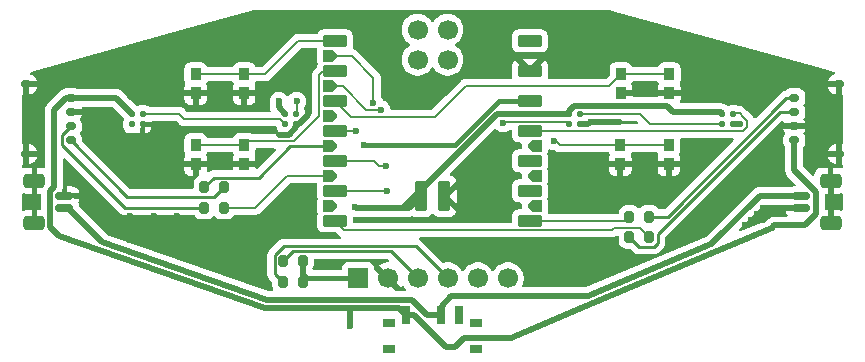
<source format=gtl>
%TF.GenerationSoftware,KiCad,Pcbnew,9.0.6*%
%TF.CreationDate,2025-12-30T17:46:58+00:00*%
%TF.ProjectId,cat-ears-controller,6361742d-6561-4727-932d-636f6e74726f,rev?*%
%TF.SameCoordinates,Original*%
%TF.FileFunction,Copper,L1,Top*%
%TF.FilePolarity,Positive*%
%FSLAX46Y46*%
G04 Gerber Fmt 4.6, Leading zero omitted, Abs format (unit mm)*
G04 Created by KiCad (PCBNEW 9.0.6) date 2025-12-30 17:46:58*
%MOMM*%
%LPD*%
G01*
G04 APERTURE LIST*
G04 Aperture macros list*
%AMRoundRect*
0 Rectangle with rounded corners*
0 $1 Rounding radius*
0 $2 $3 $4 $5 $6 $7 $8 $9 X,Y pos of 4 corners*
0 Add a 4 corners polygon primitive as box body*
4,1,4,$2,$3,$4,$5,$6,$7,$8,$9,$2,$3,0*
0 Add four circle primitives for the rounded corners*
1,1,$1+$1,$2,$3*
1,1,$1+$1,$4,$5*
1,1,$1+$1,$6,$7*
1,1,$1+$1,$8,$9*
0 Add four rect primitives between the rounded corners*
20,1,$1+$1,$2,$3,$4,$5,0*
20,1,$1+$1,$4,$5,$6,$7,0*
20,1,$1+$1,$6,$7,$8,$9,0*
20,1,$1+$1,$8,$9,$2,$3,0*%
%AMFreePoly0*
4,1,15,-0.616000,0.142500,-0.283500,0.475000,0.521000,0.475000,0.557355,0.467769,0.588175,0.447175,0.608769,0.416355,0.616000,0.380000,0.616000,-0.380000,0.608769,-0.416355,0.588175,-0.447175,0.557355,-0.467769,0.521000,-0.475000,-0.283500,-0.475000,-0.616000,-0.142500,-0.616000,0.142500,-0.616000,0.142500,$1*%
G04 Aperture macros list end*
%TA.AperFunction,SMDPad,CuDef*%
%ADD10RoundRect,0.200000X0.200000X0.275000X-0.200000X0.275000X-0.200000X-0.275000X0.200000X-0.275000X0*%
%TD*%
%TA.AperFunction,SMDPad,CuDef*%
%ADD11RoundRect,0.150000X0.625000X-0.150000X0.625000X0.150000X-0.625000X0.150000X-0.625000X-0.150000X0*%
%TD*%
%TA.AperFunction,SMDPad,CuDef*%
%ADD12RoundRect,0.250000X0.650000X-0.350000X0.650000X0.350000X-0.650000X0.350000X-0.650000X-0.350000X0*%
%TD*%
%TA.AperFunction,SMDPad,CuDef*%
%ADD13RoundRect,0.125000X0.125000X-0.125000X0.125000X0.125000X-0.125000X0.125000X-0.125000X-0.125000X0*%
%TD*%
%TA.AperFunction,SMDPad,CuDef*%
%ADD14R,0.900000X1.000000*%
%TD*%
%TA.AperFunction,SMDPad,CuDef*%
%ADD15RoundRect,0.200000X-0.200000X-0.275000X0.200000X-0.275000X0.200000X0.275000X-0.200000X0.275000X0*%
%TD*%
%TA.AperFunction,ComponentPad*%
%ADD16R,1.700000X1.700000*%
%TD*%
%TA.AperFunction,ComponentPad*%
%ADD17C,1.700000*%
%TD*%
%TA.AperFunction,SMDPad,CuDef*%
%ADD18RoundRect,0.095000X0.921000X0.380000X-0.921000X0.380000X-0.921000X-0.380000X0.921000X-0.380000X0*%
%TD*%
%TA.AperFunction,SMDPad,CuDef*%
%ADD19RoundRect,0.095000X-0.921000X-0.380000X0.921000X-0.380000X0.921000X0.380000X-0.921000X0.380000X0*%
%TD*%
%TA.AperFunction,SMDPad,CuDef*%
%ADD20FreePoly0,180.000000*%
%TD*%
%TA.AperFunction,SMDPad,CuDef*%
%ADD21FreePoly0,0.000000*%
%TD*%
%TA.AperFunction,SMDPad,CuDef*%
%ADD22C,1.700000*%
%TD*%
%TA.AperFunction,ComponentPad*%
%ADD23RoundRect,0.110000X-0.440000X1.140000X-0.440000X-1.140000X0.440000X-1.140000X0.440000X1.140000X0*%
%TD*%
%TA.AperFunction,SMDPad,CuDef*%
%ADD24RoundRect,0.150000X0.275000X-0.150000X0.275000X0.150000X-0.275000X0.150000X-0.275000X-0.150000X0*%
%TD*%
%TA.AperFunction,SMDPad,CuDef*%
%ADD25RoundRect,0.175000X0.225000X-0.175000X0.225000X0.175000X-0.225000X0.175000X-0.225000X-0.175000X0*%
%TD*%
%TA.AperFunction,SMDPad,CuDef*%
%ADD26RoundRect,0.150000X-0.625000X0.150000X-0.625000X-0.150000X0.625000X-0.150000X0.625000X0.150000X0*%
%TD*%
%TA.AperFunction,SMDPad,CuDef*%
%ADD27RoundRect,0.250000X-0.650000X0.350000X-0.650000X-0.350000X0.650000X-0.350000X0.650000X0.350000X0*%
%TD*%
%TA.AperFunction,SMDPad,CuDef*%
%ADD28R,1.000000X0.800000*%
%TD*%
%TA.AperFunction,SMDPad,CuDef*%
%ADD29R,0.700000X1.500000*%
%TD*%
%TA.AperFunction,SMDPad,CuDef*%
%ADD30RoundRect,0.150000X-0.275000X0.150000X-0.275000X-0.150000X0.275000X-0.150000X0.275000X0.150000X0*%
%TD*%
%TA.AperFunction,SMDPad,CuDef*%
%ADD31RoundRect,0.175000X-0.225000X0.175000X-0.225000X-0.175000X0.225000X-0.175000X0.225000X0.175000X0*%
%TD*%
%TA.AperFunction,ViaPad*%
%ADD32C,0.600000*%
%TD*%
%TA.AperFunction,Conductor*%
%ADD33C,0.200000*%
%TD*%
%TA.AperFunction,Conductor*%
%ADD34C,0.500000*%
%TD*%
%TA.AperFunction,Conductor*%
%ADD35C,0.250000*%
%TD*%
%TA.AperFunction,Conductor*%
%ADD36C,0.400000*%
%TD*%
G04 APERTURE END LIST*
D10*
%TO.P,R2,1*%
%TO.N,/RXTX2*%
X82325000Y-57500000D03*
%TO.P,R2,2*%
%TO.N,Net-(J1-Pin_3)*%
X80675000Y-57500000D03*
%TD*%
%TO.P,R4,1*%
%TO.N,/RXTX1*%
X118325000Y-60000000D03*
%TO.P,R4,2*%
%TO.N,Net-(J2-Pin_3)*%
X116675000Y-60000000D03*
%TD*%
D11*
%TO.P,J5,1,Pin_1*%
%TO.N,Net-(J3-Pin_1)*%
X68825000Y-57500000D03*
%TO.P,J5,2,Pin_2*%
%TO.N,GND*%
X68825000Y-56500000D03*
D12*
%TO.P,J5,MP,MountPin*%
X66300000Y-58800000D03*
X66300000Y-55200000D03*
%TD*%
D13*
%TO.P,D2,1,DOUT*%
%TO.N,Net-(D2-DOUT)*%
X111550000Y-50450000D03*
%TO.P,D2,2,VSS*%
%TO.N,GND*%
X112450000Y-50450000D03*
%TO.P,D2,3,DIN*%
%TO.N,Net-(D1-DOUT)*%
X112450000Y-49550000D03*
%TO.P,D2,4,VDD*%
%TO.N,/VBAT*%
X111550000Y-49550000D03*
%TD*%
D14*
%TO.P,SW2,1,1*%
%TO.N,/BUTTON_1*%
X79950000Y-46200000D03*
X84050000Y-46200000D03*
%TO.P,SW2,2,2*%
%TO.N,GND*%
X79950000Y-47800000D03*
X84050000Y-47800000D03*
%TD*%
D15*
%TO.P,R5,1*%
%TO.N,/SDA*%
X87375000Y-62000000D03*
%TO.P,R5,2*%
%TO.N,+3V3*%
X89025000Y-62000000D03*
%TD*%
%TO.P,R3,1*%
%TO.N,/TXRX1*%
X116675000Y-58250000D03*
%TO.P,R3,2*%
%TO.N,Net-(J2-Pin_4)*%
X118325000Y-58250000D03*
%TD*%
D14*
%TO.P,SW4,1,1*%
%TO.N,/BUTTON_3*%
X115950000Y-46200000D03*
X120050000Y-46200000D03*
%TO.P,SW4,2,2*%
%TO.N,GND*%
X115950000Y-47800000D03*
X120050000Y-47800000D03*
%TD*%
D15*
%TO.P,R6,1*%
%TO.N,/SCL*%
X87350000Y-63800000D03*
%TO.P,R6,2*%
%TO.N,+3V3*%
X89000000Y-63800000D03*
%TD*%
D13*
%TO.P,D4,1,DOUT*%
%TO.N,unconnected-(D4-DOUT-Pad1)*%
X74550000Y-50450000D03*
%TO.P,D4,2,VSS*%
%TO.N,GND*%
X75450000Y-50450000D03*
%TO.P,D4,3,DIN*%
%TO.N,Net-(D3-DOUT)*%
X75450000Y-49550000D03*
%TO.P,D4,4,VDD*%
%TO.N,/VBAT*%
X74550000Y-49550000D03*
%TD*%
D16*
%TO.P,J4,1,Pin_1*%
%TO.N,+3V3*%
X93675000Y-63475000D03*
D17*
%TO.P,J4,2,Pin_2*%
%TO.N,GND*%
X96215000Y-63475000D03*
%TO.P,J4,3,Pin_3*%
%TO.N,/SDA*%
X98755000Y-63475000D03*
%TO.P,J4,4,Pin_4*%
%TO.N,/SCL*%
X101295000Y-63475000D03*
%TO.P,J4,5,Pin_5*%
%TO.N,/INT*%
X103835000Y-63475000D03*
%TO.P,J4,6,Pin_6*%
%TO.N,/SHUT*%
X106375000Y-63475000D03*
%TD*%
D14*
%TO.P,SW5,1,1*%
%TO.N,/BUTTON_4*%
X115900000Y-52200000D03*
X120000000Y-52200000D03*
%TO.P,SW5,2,2*%
%TO.N,GND*%
X115900000Y-53800000D03*
X120000000Y-53800000D03*
%TD*%
D18*
%TO.P,U1,1,P0.02_AIN0_LOW_A0_D0*%
%TO.N,/BUTTON_1*%
X91745000Y-43380000D03*
%TO.P,U1,2,P0.03_AIN1_LOW_A1_D1*%
%TO.N,/BUTTON_2*%
X91745000Y-45920000D03*
%TO.P,U1,3,P0.28_AIN4_LOW_A2_D2*%
%TO.N,/BUTTON_3*%
X91745000Y-48460000D03*
%TO.P,U1,4,P0.29_AIN5_LOW_A3_D3*%
%TO.N,/BUTTON_4*%
X91745000Y-51000000D03*
%TO.P,U1,5,P0.04_AIN2_A4_D4*%
%TO.N,/SHUT*%
X91745000Y-53540000D03*
%TO.P,U1,6,P0.05_AIN3_A5_D5*%
%TO.N,/INT*%
X91745000Y-56080000D03*
%TO.P,U1,7,P1.11_TX_D6*%
%TO.N,/RXTX1*%
X91745000Y-58620000D03*
D19*
%TO.P,U1,8,P1.12_RX_D7*%
%TO.N,/TXRX1*%
X108255000Y-58620000D03*
%TO.P,U1,9,P1.13_SCK_D8*%
%TO.N,unconnected-(U1-P1.13_SCK_D8-Pad9)*%
X108255000Y-56080000D03*
%TO.P,U1,10,P1.14_MISO_D9*%
%TO.N,unconnected-(U1-P1.14_MISO_D9-Pad10)*%
X108255000Y-53540000D03*
%TO.P,U1,11,P1.15_MOSI_D10*%
%TO.N,/WS2812*%
X108255000Y-51000000D03*
%TO.P,U1,12,3V3*%
%TO.N,+3V3*%
X108255000Y-48460000D03*
%TO.P,U1,13,GND*%
%TO.N,GND*%
X108255000Y-45920000D03*
%TO.P,U1,14,5V*%
%TO.N,unconnected-(U1-5V-Pad14)*%
X108255000Y-43380000D03*
D20*
%TO.P,U1,15,P0.15_I2S_SD_D11*%
%TO.N,/SDA*%
X91345000Y-44650000D03*
%TO.P,U1,16,P0.19_I2S_SCK_D12*%
%TO.N,/SCL*%
X91345000Y-47190000D03*
%TO.P,U1,17,P1.01_I2S_WS_D13*%
%TO.N,unconnected-(U1-P1.01_I2S_WS_D13-Pad17)*%
X91345000Y-49730000D03*
%TO.P,U1,18,P0.09/NFC1/RX1_D14*%
%TO.N,/TXRX2*%
X91345000Y-52270000D03*
%TO.P,U1,19,P0.10/NFC2/TX1_D15*%
%TO.N,/RXTX2*%
X91345000Y-54810000D03*
%TO.P,U1,20,P0.31_AIN7_BAT_D16*%
%TO.N,unconnected-(U1-P0.31_AIN7_BAT_D16-Pad20)*%
X91345000Y-57350000D03*
D21*
%TO.P,U1,21,P1.03_SCK1_D17*%
%TO.N,unconnected-(U1-P1.03_SCK1_D17-Pad21)*%
X108655000Y-57350000D03*
%TO.P,U1,22,P1.05_MISO1_D18*%
%TO.N,unconnected-(U1-P1.05_MISO1_D18-Pad22)*%
X108655000Y-54810000D03*
%TO.P,U1,23,P1.07_MOSI1_D19*%
%TO.N,unconnected-(U1-P1.07_MOSI1_D19-Pad23)*%
X108655000Y-52270000D03*
D22*
%TO.P,U1,24,SWDIO*%
%TO.N,unconnected-(U1-SWDIO-Pad24)*%
X98730000Y-42427500D03*
%TO.P,U1,25,SWDCLK*%
%TO.N,unconnected-(U1-SWDCLK-Pad25)*%
X101270000Y-42427500D03*
%TO.P,U1,26,REST*%
%TO.N,unconnected-(U1-REST-Pad26)*%
X98730000Y-44967500D03*
%TO.P,U1,27,GND*%
%TO.N,unconnected-(U1-GND-Pad27)*%
X101270000Y-44967500D03*
D23*
%TO.P,U1,32,VBAT*%
%TO.N,/VBAT*%
X99006012Y-56517823D03*
%TO.P,U1,33,GND*%
%TO.N,GND*%
X101006012Y-56517823D03*
%TD*%
D13*
%TO.P,D1,1,DOUT*%
%TO.N,Net-(D1-DOUT)*%
X124550000Y-50450000D03*
%TO.P,D1,2,VSS*%
%TO.N,GND*%
X125450000Y-50450000D03*
%TO.P,D1,3,DIN*%
%TO.N,/WS2812*%
X125450000Y-49550000D03*
%TO.P,D1,4,VDD*%
%TO.N,/VBAT*%
X124550000Y-49550000D03*
%TD*%
%TO.P,D3,1,DOUT*%
%TO.N,Net-(D3-DOUT)*%
X87550000Y-50450000D03*
%TO.P,D3,2,VSS*%
%TO.N,GND*%
X88450000Y-50450000D03*
%TO.P,D3,3,DIN*%
%TO.N,Net-(D2-DOUT)*%
X88450000Y-49550000D03*
%TO.P,D3,4,VDD*%
%TO.N,/VBAT*%
X87550000Y-49550000D03*
%TD*%
D14*
%TO.P,SW3,1,1*%
%TO.N,/BUTTON_2*%
X79950000Y-52200000D03*
X84050000Y-52200000D03*
%TO.P,SW3,2,2*%
%TO.N,GND*%
X79950000Y-53800000D03*
X84050000Y-53800000D03*
%TD*%
D24*
%TO.P,J2,1,Pin_1*%
%TO.N,/VBAT*%
X130625000Y-51800000D03*
%TO.P,J2,2,Pin_2*%
%TO.N,GND*%
X130625000Y-50600000D03*
%TO.P,J2,3,Pin_3*%
%TO.N,Net-(J2-Pin_3)*%
X130625000Y-49400000D03*
%TO.P,J2,4,Pin_4*%
%TO.N,Net-(J2-Pin_4)*%
X130625000Y-48200000D03*
D25*
%TO.P,J2,MP,MountPin*%
%TO.N,GND*%
X134400000Y-52950000D03*
X134400000Y-47050000D03*
%TD*%
D26*
%TO.P,J3,1,Pin_1*%
%TO.N,Net-(J3-Pin_1)*%
X131175000Y-56500000D03*
%TO.P,J3,2,Pin_2*%
%TO.N,GND*%
X131175000Y-57500000D03*
D27*
%TO.P,J3,MP,MountPin*%
X133700000Y-55200000D03*
X133700000Y-58800000D03*
%TD*%
D15*
%TO.P,R1,1*%
%TO.N,/TXRX2*%
X80675000Y-55750000D03*
%TO.P,R1,2*%
%TO.N,Net-(J1-Pin_4)*%
X82325000Y-55750000D03*
%TD*%
D28*
%TO.P,SW1,*%
%TO.N,*%
X96350000Y-67220000D03*
X96350000Y-69430000D03*
X103650000Y-67220000D03*
X103650000Y-69430000D03*
D29*
%TO.P,SW1,1,A*%
%TO.N,/VBAT*%
X97750000Y-66570000D03*
%TO.P,SW1,2,B*%
%TO.N,Net-(J3-Pin_1)*%
X100750000Y-66570000D03*
%TO.P,SW1,3,C*%
%TO.N,unconnected-(SW1-C-Pad3)*%
X102250000Y-66570000D03*
%TD*%
D30*
%TO.P,J1,1,Pin_1*%
%TO.N,/VBAT*%
X69375000Y-48200000D03*
%TO.P,J1,2,Pin_2*%
%TO.N,GND*%
X69375000Y-49400000D03*
%TO.P,J1,3,Pin_3*%
%TO.N,Net-(J1-Pin_3)*%
X69375000Y-50600000D03*
%TO.P,J1,4,Pin_4*%
%TO.N,Net-(J1-Pin_4)*%
X69375000Y-51800000D03*
D31*
%TO.P,J1,MP,MountPin*%
%TO.N,GND*%
X65600000Y-47050000D03*
X65600000Y-52950000D03*
%TD*%
D32*
%TO.N,GND*%
X75400000Y-59200000D03*
X77000000Y-45000000D03*
X78400000Y-60200000D03*
X113000000Y-57000000D03*
X127000000Y-45000000D03*
X73000000Y-45000000D03*
X75000000Y-45000000D03*
X73500000Y-53500000D03*
X115000000Y-55000000D03*
X72500000Y-52500000D03*
X128500000Y-58000000D03*
X114000000Y-56000000D03*
X78500000Y-52500000D03*
X129000000Y-57500000D03*
X77000000Y-47000000D03*
X126500000Y-59000000D03*
X78400000Y-58200000D03*
X114200000Y-50200000D03*
X74400000Y-60200000D03*
X128000000Y-46000000D03*
X78500000Y-54500000D03*
X76400000Y-58200000D03*
X115000000Y-50200000D03*
X126051472Y-50400000D03*
X76500000Y-52500000D03*
X123000000Y-47000000D03*
X77500000Y-53500000D03*
X74400000Y-58200000D03*
X127000000Y-58500000D03*
X128000000Y-57500000D03*
X76500000Y-54500000D03*
X74500000Y-52500000D03*
X113400000Y-50200000D03*
X115800000Y-50200000D03*
X73500000Y-51500000D03*
X125000000Y-45000000D03*
X76400000Y-60200000D03*
X115000000Y-57000000D03*
X124000000Y-46000000D03*
X126000000Y-46000000D03*
X73000000Y-47000000D03*
X74500000Y-54500000D03*
X123000000Y-45000000D03*
X73400000Y-59200000D03*
X72000000Y-46000000D03*
X74000000Y-46000000D03*
X128000000Y-58500000D03*
X76000000Y-46000000D03*
X113000000Y-55000000D03*
X129500000Y-58000000D03*
X125000000Y-47000000D03*
X75000000Y-47000000D03*
X75500000Y-53500000D03*
X77400000Y-59200000D03*
X127000000Y-47000000D03*
X127500000Y-58000000D03*
X130000000Y-57500000D03*
%TO.N,/VBAT*%
X93400000Y-57400000D03*
X93000000Y-67500000D03*
X87000000Y-48500000D03*
%TO.N,Net-(D2-DOUT)*%
X106000000Y-50300000D03*
X88500000Y-48500000D03*
%TO.N,+3V3*%
X94200000Y-52200000D03*
%TO.N,/INT*%
X96180000Y-56080000D03*
%TO.N,/SDA*%
X95000000Y-48600000D03*
%TO.N,/SCL*%
X95600000Y-49200000D03*
%TO.N,/SHUT*%
X96100000Y-54000000D03*
%TO.N,/BUTTON_4*%
X110300000Y-51850000D03*
X93500000Y-51000000D03*
%TD*%
D33*
%TO.N,Net-(D1-DOUT)*%
X124550000Y-50450000D02*
X118450000Y-50450000D01*
X118450000Y-50450000D02*
X117550000Y-49550000D01*
X117550000Y-49550000D02*
X112450000Y-49550000D01*
%TO.N,/WS2812*%
X126000000Y-49500000D02*
X125500000Y-49500000D01*
X126652472Y-50151057D02*
X126300415Y-49799000D01*
X126299000Y-49799000D02*
X126000000Y-49500000D01*
X125500000Y-49500000D02*
X125450000Y-49550000D01*
X126652472Y-50648943D02*
X126652472Y-50151057D01*
X126300415Y-49799000D02*
X126299000Y-49799000D01*
X126300415Y-51001000D02*
X126652472Y-50648943D01*
X108255000Y-51000000D02*
X125144082Y-51000000D01*
X125145082Y-51001000D02*
X126300415Y-51001000D01*
X125144082Y-51000000D02*
X125145082Y-51001000D01*
D34*
%TO.N,GND*%
X113400000Y-50200000D02*
X115800000Y-50200000D01*
X126001472Y-50450000D02*
X126051472Y-50400000D01*
X88699999Y-50450000D02*
X89500000Y-49649999D01*
X88450000Y-50450000D02*
X88699999Y-50450000D01*
X89500000Y-49649999D02*
X89500000Y-49000000D01*
X88450000Y-50450000D02*
X88450000Y-50699999D01*
X113150000Y-50450000D02*
X113400000Y-50200000D01*
X87831999Y-51318000D02*
X87000000Y-51318000D01*
X133700000Y-58800000D02*
X133700000Y-55200000D01*
X112450000Y-50450000D02*
X113150000Y-50450000D01*
X125450000Y-50450000D02*
X126001472Y-50450000D01*
X88450000Y-50699999D02*
X87831999Y-51318000D01*
%TO.N,/VBAT*%
X93000000Y-66000000D02*
X93000000Y-67500000D01*
X114163017Y-65336983D02*
X106632023Y-68500000D01*
X128722148Y-59222148D02*
X114163017Y-65336983D01*
X68391276Y-59891276D02*
X85844775Y-66000000D01*
X132500000Y-58000000D02*
X131500000Y-59000000D01*
X106632023Y-68500000D02*
X102674917Y-68500000D01*
X130625000Y-51800000D02*
X130625000Y-54320900D01*
X97500000Y-57500000D02*
X98023835Y-57500000D01*
X67946900Y-49203100D02*
X67946900Y-55749000D01*
X124400000Y-49400000D02*
X124550000Y-49550000D01*
X98023835Y-57500000D02*
X99006012Y-56517823D01*
X67651000Y-59151000D02*
X68391276Y-59891276D01*
X67946900Y-55749000D02*
X67599000Y-56096900D01*
X97500000Y-57500000D02*
X105450000Y-49550000D01*
X132500000Y-56195900D02*
X132500000Y-58000000D01*
X102674917Y-68500000D02*
X101893917Y-69281000D01*
X93000000Y-66000000D02*
X97180000Y-66000000D01*
X120400000Y-49400000D02*
X124400000Y-49400000D01*
X98395083Y-66570000D02*
X97750000Y-66570000D01*
X67599000Y-58100708D02*
X67651000Y-58152708D01*
X128944296Y-59000000D02*
X128722148Y-59222148D01*
X87000000Y-49000000D02*
X87550000Y-49550000D01*
X105450000Y-49550000D02*
X111550000Y-49550000D01*
X93400000Y-57400000D02*
X93500000Y-57500000D01*
X112001001Y-48849000D02*
X119849000Y-48849000D01*
X93500000Y-57500000D02*
X97500000Y-57500000D01*
X114163017Y-65336983D02*
X114086786Y-65369000D01*
X101106083Y-69281000D02*
X98395083Y-66570000D01*
X73200000Y-48200000D02*
X74550000Y-49550000D01*
X68950000Y-48200000D02*
X67946900Y-49203100D01*
X85844775Y-66000000D02*
X93000000Y-66000000D01*
X101893917Y-69281000D02*
X101106083Y-69281000D01*
X69375000Y-48200000D02*
X68950000Y-48200000D01*
X97180000Y-66000000D02*
X97750000Y-66570000D01*
X111550000Y-49550000D02*
X111550000Y-49300001D01*
X130625000Y-54320900D02*
X132500000Y-56195900D01*
X69375000Y-48200000D02*
X73200000Y-48200000D01*
X111550000Y-49300001D02*
X112001001Y-48849000D01*
X67651000Y-58152708D02*
X67651000Y-59151000D01*
X119849000Y-48849000D02*
X120400000Y-49400000D01*
X67599000Y-56096900D02*
X67599000Y-58100708D01*
X87000000Y-48500000D02*
X87000000Y-49000000D01*
X131500000Y-59000000D02*
X128944296Y-59000000D01*
D33*
%TO.N,Net-(D2-DOUT)*%
X106076000Y-50224000D02*
X111324000Y-50224000D01*
X88500000Y-49500000D02*
X88450000Y-49550000D01*
X106000000Y-50300000D02*
X106076000Y-50224000D01*
X111324000Y-50224000D02*
X111550000Y-50450000D01*
X88500000Y-48500000D02*
X88500000Y-49500000D01*
%TO.N,Net-(D3-DOUT)*%
X87550000Y-50450000D02*
X87100000Y-50000000D01*
X87100000Y-50000000D02*
X79000000Y-50000000D01*
X79000000Y-50000000D02*
X78550000Y-49550000D01*
X78550000Y-49550000D02*
X75450000Y-49550000D01*
%TO.N,/RXTX2*%
X85000000Y-57500000D02*
X82325000Y-57500000D01*
X87690000Y-54810000D02*
X85000000Y-57500000D01*
X91345000Y-54810000D02*
X87690000Y-54810000D01*
D35*
%TO.N,/TXRX2*%
X88460414Y-52270000D02*
X88435413Y-52295000D01*
X88435413Y-52295000D02*
X87955000Y-52295000D01*
X85301000Y-54949000D02*
X81476000Y-54949000D01*
X87955000Y-52295000D02*
X85301000Y-54949000D01*
X91345000Y-52270000D02*
X88460414Y-52270000D01*
X81476000Y-54949000D02*
X80675000Y-55750000D01*
D33*
%TO.N,/TXRX1*%
X116305000Y-58620000D02*
X116675000Y-58250000D01*
X108255000Y-58620000D02*
X116305000Y-58620000D01*
%TO.N,/RXTX1*%
X117549000Y-59224000D02*
X115372000Y-59224000D01*
X115200000Y-59396000D02*
X92521000Y-59396000D01*
X118325000Y-60000000D02*
X117549000Y-59224000D01*
X92521000Y-59396000D02*
X91745000Y-58620000D01*
X115372000Y-59224000D02*
X115200000Y-59396000D01*
D34*
%TO.N,Net-(J3-Pin_1)*%
X68825000Y-57500000D02*
X69106277Y-57500000D01*
X100750000Y-66068000D02*
X100750000Y-66570000D01*
X69106277Y-57500000D02*
X72027553Y-60421276D01*
X101600000Y-65000000D02*
X100800000Y-65800000D01*
X85963907Y-65299000D02*
X98299000Y-65299000D01*
X100800000Y-65800000D02*
X100800000Y-66018000D01*
X127718496Y-56500000D02*
X123609248Y-60609248D01*
X72027553Y-60421276D02*
X85963907Y-65299000D01*
X99570000Y-66570000D02*
X100750000Y-66570000D01*
X113155077Y-65000000D02*
X101600000Y-65000000D01*
X98299000Y-65299000D02*
X99570000Y-66570000D01*
X123609248Y-60609248D02*
X113155077Y-65000000D01*
X100800000Y-66018000D02*
X100750000Y-66068000D01*
X131175000Y-56500000D02*
X127718496Y-56500000D01*
D36*
%TO.N,+3V3*%
X105619346Y-48460000D02*
X108255000Y-48460000D01*
X89325000Y-63475000D02*
X89000000Y-63800000D01*
X101879346Y-52200000D02*
X105619346Y-48460000D01*
D34*
X89025000Y-63175000D02*
X89325000Y-63475000D01*
D36*
X93675000Y-63475000D02*
X89325000Y-63475000D01*
D34*
X89025000Y-62000000D02*
X89025000Y-63175000D01*
D36*
X94200000Y-52200000D02*
X101879346Y-52200000D01*
D33*
%TO.N,/INT*%
X96180000Y-56080000D02*
X91745000Y-56080000D01*
%TO.N,/SDA*%
X95000000Y-48600000D02*
X95000000Y-46500000D01*
D35*
X96479000Y-61199000D02*
X98755000Y-63475000D01*
X87375000Y-62000000D02*
X88176000Y-61199000D01*
D33*
X95000000Y-46500000D02*
X93150000Y-44650000D01*
D35*
X88176000Y-61199000D02*
X96479000Y-61199000D01*
D33*
X93150000Y-44650000D02*
X91345000Y-44650000D01*
D35*
%TO.N,/SCL*%
X87350000Y-63800000D02*
X86649000Y-63099000D01*
D33*
X92390000Y-47190000D02*
X91345000Y-47190000D01*
X95600000Y-49200000D02*
X94400000Y-49200000D01*
X94400000Y-49200000D02*
X92390000Y-47190000D01*
D35*
X86649000Y-63099000D02*
X86649000Y-61501582D01*
X87402582Y-60748000D02*
X98568000Y-60748000D01*
X86649000Y-61501582D02*
X87402582Y-60748000D01*
X98568000Y-60748000D02*
X101295000Y-63475000D01*
D33*
%TO.N,/SHUT*%
X95500000Y-54000000D02*
X95040000Y-53540000D01*
X95040000Y-53540000D02*
X91745000Y-53540000D01*
X96100000Y-54000000D02*
X95500000Y-54000000D01*
%TO.N,/BUTTON_1*%
X85800000Y-46200000D02*
X88620000Y-43380000D01*
X79950000Y-46200000D02*
X85800000Y-46200000D01*
X88620000Y-43380000D02*
X91745000Y-43380000D01*
%TO.N,/BUTTON_2*%
X90729000Y-45920000D02*
X91745000Y-45920000D01*
X88258959Y-51869000D02*
X90428000Y-49699959D01*
X90428000Y-49699959D02*
X90428000Y-46221000D01*
X79950000Y-52200000D02*
X84050000Y-52200000D01*
X90428000Y-46221000D02*
X90729000Y-45920000D01*
X84381000Y-51869000D02*
X88258959Y-51869000D01*
X84050000Y-52200000D02*
X84381000Y-51869000D01*
%TO.N,/BUTTON_3*%
X115950000Y-46200000D02*
X120050000Y-46200000D01*
X93085000Y-49800000D02*
X100200000Y-49800000D01*
X102800000Y-47200000D02*
X114950000Y-47200000D01*
X114950000Y-47200000D02*
X115950000Y-46200000D01*
X100200000Y-49800000D02*
X102800000Y-47200000D01*
X91745000Y-48460000D02*
X93085000Y-49800000D01*
%TO.N,/BUTTON_4*%
X110800000Y-52200000D02*
X115900000Y-52200000D01*
X110300000Y-51850000D02*
X110350000Y-51800000D01*
X115900000Y-52200000D02*
X120000000Y-52200000D01*
X110400000Y-51800000D02*
X110800000Y-52200000D01*
X91745000Y-51000000D02*
X93500000Y-51000000D01*
X110350000Y-51800000D02*
X110400000Y-51800000D01*
D35*
%TO.N,Net-(J1-Pin_3)*%
X68624000Y-51351000D02*
X68624000Y-52151322D01*
X68624000Y-52151322D02*
X73972678Y-57500000D01*
X69375000Y-50600000D02*
X68624000Y-51351000D01*
X73972678Y-57500000D02*
X80675000Y-57500000D01*
%TO.N,Net-(J1-Pin_4)*%
X69375000Y-51800000D02*
X74126000Y-56551000D01*
X81524000Y-56551000D02*
X82325000Y-55750000D01*
X74126000Y-56551000D02*
X81524000Y-56551000D01*
%TO.N,Net-(J2-Pin_4)*%
X129962190Y-48200000D02*
X130625000Y-48200000D01*
D33*
X130000000Y-48200000D02*
X130625000Y-48200000D01*
D35*
X119912190Y-58250000D02*
X129962190Y-48200000D01*
X118325000Y-58250000D02*
X119912190Y-58250000D01*
%TO.N,Net-(J2-Pin_3)*%
X129400000Y-49400000D02*
X119051000Y-59749000D01*
X130625000Y-49400000D02*
X129400000Y-49400000D01*
X117476000Y-60801000D02*
X116675000Y-60000000D01*
X119051000Y-59749000D02*
X119051000Y-60498418D01*
X119051000Y-60498418D02*
X118748418Y-60801000D01*
X118748418Y-60801000D02*
X117476000Y-60801000D01*
%TD*%
%TA.AperFunction,Conductor*%
%TO.N,GND*%
G36*
X68902603Y-53314961D02*
G01*
X68909081Y-53320993D01*
X73483694Y-57895606D01*
X73483723Y-57895637D01*
X73573941Y-57985855D01*
X73573949Y-57985861D01*
X73635070Y-58026701D01*
X73635073Y-58026702D01*
X73640487Y-58030320D01*
X73676393Y-58054312D01*
X73723727Y-58073918D01*
X73790226Y-58101463D01*
X73796871Y-58102784D01*
X73830069Y-58109389D01*
X73830099Y-58109394D01*
X73911068Y-58125499D01*
X73911070Y-58125500D01*
X73911071Y-58125500D01*
X73911072Y-58125500D01*
X79798398Y-58125500D01*
X79865437Y-58145185D01*
X79904514Y-58185349D01*
X79919528Y-58210185D01*
X79919531Y-58210189D01*
X80039811Y-58330469D01*
X80039813Y-58330470D01*
X80039815Y-58330472D01*
X80185394Y-58418478D01*
X80347804Y-58469086D01*
X80418384Y-58475500D01*
X80418387Y-58475500D01*
X80931613Y-58475500D01*
X80931616Y-58475500D01*
X81002196Y-58469086D01*
X81164606Y-58418478D01*
X81310185Y-58330472D01*
X81340157Y-58300500D01*
X81412319Y-58228339D01*
X81473642Y-58194854D01*
X81543334Y-58199838D01*
X81587681Y-58228339D01*
X81689811Y-58330469D01*
X81689813Y-58330470D01*
X81689815Y-58330472D01*
X81835394Y-58418478D01*
X81997804Y-58469086D01*
X82068384Y-58475500D01*
X82068387Y-58475500D01*
X82581613Y-58475500D01*
X82581616Y-58475500D01*
X82652196Y-58469086D01*
X82814606Y-58418478D01*
X82960185Y-58330472D01*
X83080472Y-58210185D01*
X83110598Y-58160349D01*
X83162126Y-58113162D01*
X83216715Y-58100500D01*
X84913331Y-58100500D01*
X84913347Y-58100501D01*
X84920943Y-58100501D01*
X85079054Y-58100501D01*
X85079057Y-58100501D01*
X85231785Y-58059577D01*
X85282459Y-58030320D01*
X85368716Y-57980520D01*
X85480520Y-57868716D01*
X85480520Y-57868714D01*
X85490724Y-57858511D01*
X85490727Y-57858506D01*
X87902416Y-55446819D01*
X87963739Y-55413334D01*
X87990097Y-55410500D01*
X90120080Y-55410500D01*
X90187119Y-55430185D01*
X90232874Y-55482989D01*
X90243018Y-55550683D01*
X90234093Y-55618484D01*
X90228500Y-55660965D01*
X90228500Y-56499037D01*
X90243825Y-56615453D01*
X90243826Y-56615456D01*
X90265403Y-56667549D01*
X90272870Y-56737019D01*
X90265403Y-56762451D01*
X90243827Y-56814541D01*
X90228500Y-56930964D01*
X90228500Y-57769037D01*
X90243825Y-57885453D01*
X90243826Y-57885456D01*
X90265403Y-57937549D01*
X90272870Y-58007019D01*
X90265403Y-58032451D01*
X90243827Y-58084541D01*
X90228500Y-58200964D01*
X90228500Y-59039037D01*
X90243824Y-59155448D01*
X90243828Y-59155460D01*
X90303829Y-59300318D01*
X90303831Y-59300321D01*
X90342453Y-59350653D01*
X90399284Y-59424716D01*
X90471855Y-59480402D01*
X90523678Y-59520168D01*
X90523681Y-59520170D01*
X90595283Y-59549828D01*
X90668543Y-59580173D01*
X90784965Y-59595500D01*
X91819901Y-59595499D01*
X91886940Y-59615183D01*
X91907582Y-59631818D01*
X92152284Y-59876520D01*
X92177559Y-59891112D01*
X92225775Y-59941679D01*
X92238999Y-60010286D01*
X92213031Y-60075151D01*
X92156118Y-60115680D01*
X92115560Y-60122500D01*
X87464189Y-60122500D01*
X87340975Y-60122500D01*
X87299087Y-60130832D01*
X87299086Y-60130831D01*
X87220136Y-60146535D01*
X87220123Y-60146539D01*
X87198913Y-60155325D01*
X87172979Y-60166067D01*
X87163506Y-60169991D01*
X87106295Y-60193688D01*
X87096139Y-60200475D01*
X87096031Y-60200547D01*
X87003850Y-60262140D01*
X86960287Y-60305703D01*
X86916724Y-60349267D01*
X86252715Y-61013275D01*
X86252706Y-61013284D01*
X86250270Y-61015721D01*
X86250267Y-61015724D01*
X86163142Y-61102849D01*
X86140060Y-61137394D01*
X86135207Y-61144655D01*
X86135203Y-61144661D01*
X86094690Y-61205291D01*
X86094685Y-61205300D01*
X86047540Y-61319120D01*
X86047535Y-61319136D01*
X86030961Y-61402464D01*
X86023500Y-61439971D01*
X86023500Y-63160611D01*
X86047535Y-63281444D01*
X86047540Y-63281461D01*
X86094685Y-63395280D01*
X86094687Y-63395283D01*
X86094688Y-63395286D01*
X86128915Y-63446509D01*
X86163142Y-63497733D01*
X86250267Y-63584858D01*
X86250269Y-63584859D01*
X86260232Y-63594822D01*
X86413181Y-63747771D01*
X86446666Y-63809094D01*
X86449500Y-63835452D01*
X86449500Y-64131613D01*
X86455913Y-64202192D01*
X86455913Y-64202194D01*
X86455914Y-64202196D01*
X86506522Y-64364606D01*
X86506523Y-64364608D01*
X86506524Y-64364610D01*
X86509600Y-64371445D01*
X86507165Y-64372540D01*
X86521787Y-64427887D01*
X86500278Y-64494364D01*
X86446244Y-64538659D01*
X86397833Y-64548500D01*
X86112524Y-64548500D01*
X86071561Y-64541538D01*
X72463840Y-59778835D01*
X72417122Y-59749478D01*
X70136819Y-57469174D01*
X70103334Y-57407851D01*
X70100500Y-57381493D01*
X70100500Y-57284313D01*
X70100499Y-57284298D01*
X70098062Y-57253334D01*
X70097598Y-57247431D01*
X70074092Y-57166525D01*
X70051745Y-57089606D01*
X70051745Y-57089605D01*
X70051744Y-57089604D01*
X70051744Y-57089602D01*
X70035791Y-57062628D01*
X70018611Y-56994905D01*
X70035794Y-56936386D01*
X70051281Y-56910199D01*
X70097100Y-56752486D01*
X70097295Y-56750001D01*
X70097295Y-56750000D01*
X69734050Y-56750000D01*
X69699455Y-56745076D01*
X69552573Y-56702402D01*
X69552567Y-56702401D01*
X69515701Y-56699500D01*
X69515694Y-56699500D01*
X68949000Y-56699500D01*
X68881961Y-56679815D01*
X68836206Y-56627011D01*
X68825000Y-56575500D01*
X68825000Y-56500000D01*
X68699000Y-56500000D01*
X68690314Y-56497449D01*
X68681353Y-56498738D01*
X68657312Y-56487759D01*
X68631961Y-56480315D01*
X68626033Y-56473474D01*
X68617797Y-56469713D01*
X68603507Y-56447478D01*
X68586206Y-56427511D01*
X68583918Y-56416996D01*
X68580023Y-56410935D01*
X68575000Y-56376000D01*
X68575000Y-56250000D01*
X69075000Y-56250000D01*
X70097295Y-56250000D01*
X70097295Y-56249998D01*
X70097100Y-56247513D01*
X70051281Y-56089801D01*
X69967685Y-55948447D01*
X69967678Y-55948438D01*
X69851561Y-55832321D01*
X69851552Y-55832314D01*
X69710196Y-55748717D01*
X69710193Y-55748716D01*
X69552495Y-55702900D01*
X69552489Y-55702899D01*
X69515649Y-55700000D01*
X69075000Y-55700000D01*
X69075000Y-56250000D01*
X68575000Y-56250000D01*
X68575000Y-56197460D01*
X68594685Y-56130421D01*
X68595872Y-56128607D01*
X68611984Y-56104495D01*
X68668558Y-55967913D01*
X68692710Y-55846498D01*
X68697400Y-55822920D01*
X68697400Y-53408674D01*
X68717085Y-53341635D01*
X68769889Y-53295880D01*
X68839047Y-53285936D01*
X68902603Y-53314961D01*
G37*
%TD.AperFunction*%
%TA.AperFunction,Conductor*%
G36*
X97330270Y-64236717D02*
G01*
X97330270Y-64236716D01*
X97369622Y-64182555D01*
X97374232Y-64173507D01*
X97422205Y-64122709D01*
X97490025Y-64105912D01*
X97556161Y-64128447D01*
X97595204Y-64173504D01*
X97599949Y-64182817D01*
X97722587Y-64351615D01*
X97746067Y-64417421D01*
X97730241Y-64485475D01*
X97680135Y-64534170D01*
X97622269Y-64548500D01*
X96986308Y-64548500D01*
X96919269Y-64528815D01*
X96898627Y-64512181D01*
X96344408Y-63957962D01*
X96407993Y-63940925D01*
X96522007Y-63875099D01*
X96615099Y-63782007D01*
X96680925Y-63667993D01*
X96697962Y-63604408D01*
X97330270Y-64236717D01*
G37*
%TD.AperFunction*%
%TA.AperFunction,Conductor*%
G36*
X114867772Y-40750624D02*
G01*
X114874247Y-40750913D01*
X114926437Y-40753249D01*
X114937442Y-40754236D01*
X114992886Y-40761721D01*
X115003790Y-40763694D01*
X115025539Y-40768640D01*
X115061088Y-40776726D01*
X115066386Y-40778056D01*
X115106328Y-40789040D01*
X115106328Y-40789039D01*
X115165519Y-40805317D01*
X115165525Y-40805318D01*
X133518125Y-45852284D01*
X133997481Y-45984107D01*
X134056902Y-46020862D01*
X134087018Y-46083909D01*
X134078267Y-46153228D01*
X134033429Y-46206813D01*
X134001493Y-46222053D01*
X133895937Y-46254945D01*
X133895935Y-46254946D01*
X133755662Y-46339743D01*
X133755657Y-46339747D01*
X133639747Y-46455657D01*
X133639743Y-46455662D01*
X133554947Y-46595934D01*
X133506178Y-46752441D01*
X133501857Y-46799999D01*
X133501857Y-46800000D01*
X134276000Y-46800000D01*
X134343039Y-46819685D01*
X134388794Y-46872489D01*
X134400000Y-46924000D01*
X134400000Y-47050000D01*
X134526000Y-47050000D01*
X134593039Y-47069685D01*
X134638794Y-47122489D01*
X134650000Y-47174000D01*
X134650000Y-47899999D01*
X134660184Y-47910183D01*
X134692539Y-47919684D01*
X134738294Y-47972488D01*
X134749500Y-48023999D01*
X134749500Y-51976000D01*
X134729815Y-52043039D01*
X134677011Y-52088794D01*
X134656811Y-52093188D01*
X134650000Y-52100000D01*
X134650000Y-53799999D01*
X134658083Y-53808082D01*
X134667187Y-53812239D01*
X134692539Y-53819684D01*
X134698466Y-53826524D01*
X134706703Y-53830286D01*
X134720992Y-53852520D01*
X134738294Y-53872488D01*
X134740581Y-53883002D01*
X134744477Y-53889064D01*
X134749500Y-53923997D01*
X134749500Y-54020556D01*
X134729815Y-54087595D01*
X134677011Y-54133350D01*
X134607853Y-54143294D01*
X134586497Y-54138262D01*
X134502701Y-54110495D01*
X134502690Y-54110493D01*
X134399986Y-54100000D01*
X133950000Y-54100000D01*
X133950000Y-56299999D01*
X134399972Y-56299999D01*
X134399986Y-56299998D01*
X134502695Y-56289506D01*
X134586495Y-56261737D01*
X134656324Y-56259335D01*
X134716366Y-56295066D01*
X134747559Y-56357587D01*
X134749500Y-56379443D01*
X134749500Y-57620556D01*
X134729815Y-57687595D01*
X134677011Y-57733350D01*
X134607853Y-57743294D01*
X134586497Y-57738262D01*
X134502701Y-57710495D01*
X134502690Y-57710493D01*
X134399986Y-57700000D01*
X133950000Y-57700000D01*
X133950000Y-58676000D01*
X133930315Y-58743039D01*
X133877511Y-58788794D01*
X133826000Y-58800000D01*
X133574000Y-58800000D01*
X133506961Y-58780315D01*
X133461206Y-58727511D01*
X133450000Y-58676000D01*
X133450000Y-57700000D01*
X133374500Y-57700000D01*
X133307461Y-57680315D01*
X133261706Y-57627511D01*
X133250500Y-57576000D01*
X133250500Y-56423999D01*
X133270185Y-56356960D01*
X133322989Y-56311205D01*
X133374500Y-56299999D01*
X133450000Y-56299999D01*
X133450000Y-54100000D01*
X133000028Y-54100000D01*
X133000012Y-54100001D01*
X132897302Y-54110494D01*
X132730880Y-54165641D01*
X132730875Y-54165643D01*
X132581654Y-54257684D01*
X132457684Y-54381654D01*
X132365643Y-54530875D01*
X132365642Y-54530878D01*
X132312072Y-54692541D01*
X132272299Y-54749985D01*
X132207783Y-54776808D01*
X132139007Y-54764493D01*
X132106685Y-54741217D01*
X131411819Y-54046351D01*
X131378334Y-53985028D01*
X131375500Y-53958670D01*
X131375500Y-53200000D01*
X133501857Y-53200000D01*
X133506178Y-53247558D01*
X133554947Y-53404065D01*
X133639743Y-53544337D01*
X133639747Y-53544342D01*
X133755657Y-53660252D01*
X133755662Y-53660256D01*
X133895934Y-53745052D01*
X134052436Y-53793820D01*
X134120434Y-53799999D01*
X134150000Y-53799998D01*
X134150000Y-53200000D01*
X133501857Y-53200000D01*
X131375500Y-53200000D01*
X131375500Y-52699999D01*
X133501857Y-52699999D01*
X133501857Y-52700000D01*
X134150000Y-52700000D01*
X134150000Y-52099999D01*
X134120445Y-52100000D01*
X134120440Y-52100001D01*
X134052438Y-52106178D01*
X134052427Y-52106181D01*
X133895939Y-52154944D01*
X133895935Y-52154946D01*
X133755662Y-52239743D01*
X133755657Y-52239747D01*
X133639747Y-52355657D01*
X133639743Y-52355662D01*
X133554947Y-52495934D01*
X133506178Y-52652441D01*
X133501857Y-52699999D01*
X131375500Y-52699999D01*
X131375500Y-52445808D01*
X131395185Y-52378769D01*
X131411817Y-52358128D01*
X131418081Y-52351865D01*
X131501744Y-52210398D01*
X131547598Y-52052569D01*
X131550500Y-52015694D01*
X131550500Y-51584306D01*
X131547598Y-51547431D01*
X131544119Y-51535457D01*
X131501745Y-51389606D01*
X131501744Y-51389603D01*
X131501744Y-51389602D01*
X131426652Y-51262629D01*
X131409470Y-51194906D01*
X131426653Y-51136388D01*
X131501281Y-51010198D01*
X131547100Y-50852486D01*
X131547295Y-50850001D01*
X131547295Y-50850000D01*
X129702705Y-50850000D01*
X129702704Y-50850001D01*
X129702899Y-50852486D01*
X129748718Y-51010198D01*
X129823346Y-51136388D01*
X129840529Y-51204112D01*
X129823346Y-51262629D01*
X129748257Y-51389599D01*
X129748254Y-51389606D01*
X129702402Y-51547426D01*
X129702401Y-51547432D01*
X129699500Y-51584298D01*
X129699500Y-52015701D01*
X129702401Y-52052567D01*
X129702402Y-52052573D01*
X129748254Y-52210393D01*
X129748255Y-52210396D01*
X129748256Y-52210398D01*
X129831919Y-52351865D01*
X129838179Y-52358125D01*
X129871665Y-52419445D01*
X129874500Y-52445808D01*
X129874500Y-54394818D01*
X129874500Y-54394820D01*
X129874499Y-54394820D01*
X129903340Y-54539807D01*
X129903343Y-54539817D01*
X129959914Y-54676391D01*
X129959916Y-54676395D01*
X129981965Y-54709394D01*
X129981964Y-54709394D01*
X130042046Y-54799314D01*
X130042052Y-54799321D01*
X130730551Y-55487819D01*
X130764036Y-55549142D01*
X130759052Y-55618833D01*
X130717181Y-55674767D01*
X130651716Y-55699184D01*
X130642870Y-55699500D01*
X130484298Y-55699500D01*
X130447432Y-55702401D01*
X130447426Y-55702402D01*
X130302267Y-55744576D01*
X130267672Y-55749500D01*
X127644576Y-55749500D01*
X127499588Y-55778340D01*
X127499578Y-55778343D01*
X127363007Y-55834912D01*
X127362994Y-55834919D01*
X127240080Y-55917048D01*
X127240076Y-55917051D01*
X123199980Y-59957146D01*
X123160316Y-59983791D01*
X113026903Y-64239826D01*
X112978886Y-64249500D01*
X107698424Y-64249500D01*
X107631385Y-64229815D01*
X107585630Y-64177011D01*
X107575686Y-64107853D01*
X107587939Y-64069206D01*
X107626554Y-63993417D01*
X107626557Y-63993412D01*
X107692246Y-63791243D01*
X107725500Y-63581287D01*
X107725500Y-63368713D01*
X107692246Y-63158757D01*
X107626557Y-62956588D01*
X107530051Y-62767184D01*
X107530049Y-62767181D01*
X107530048Y-62767179D01*
X107405109Y-62595213D01*
X107254786Y-62444890D01*
X107082820Y-62319951D01*
X106893414Y-62223444D01*
X106893413Y-62223443D01*
X106893412Y-62223443D01*
X106691243Y-62157754D01*
X106691241Y-62157753D01*
X106691240Y-62157753D01*
X106529957Y-62132208D01*
X106481287Y-62124500D01*
X106268713Y-62124500D01*
X106220042Y-62132208D01*
X106058760Y-62157753D01*
X105856585Y-62223444D01*
X105667179Y-62319951D01*
X105495213Y-62444890D01*
X105344890Y-62595213D01*
X105219949Y-62767182D01*
X105215484Y-62775946D01*
X105167509Y-62826742D01*
X105099688Y-62843536D01*
X105033553Y-62820998D01*
X104994516Y-62775946D01*
X104990050Y-62767182D01*
X104865109Y-62595213D01*
X104714786Y-62444890D01*
X104542820Y-62319951D01*
X104353414Y-62223444D01*
X104353413Y-62223443D01*
X104353412Y-62223443D01*
X104151243Y-62157754D01*
X104151241Y-62157753D01*
X104151240Y-62157753D01*
X103989957Y-62132208D01*
X103941287Y-62124500D01*
X103728713Y-62124500D01*
X103680042Y-62132208D01*
X103518760Y-62157753D01*
X103316585Y-62223444D01*
X103127179Y-62319951D01*
X102955213Y-62444890D01*
X102804890Y-62595213D01*
X102679949Y-62767182D01*
X102675484Y-62775946D01*
X102627509Y-62826742D01*
X102559688Y-62843536D01*
X102493553Y-62820998D01*
X102454516Y-62775946D01*
X102450050Y-62767182D01*
X102325109Y-62595213D01*
X102174786Y-62444890D01*
X102002820Y-62319951D01*
X101813414Y-62223444D01*
X101813413Y-62223443D01*
X101813412Y-62223443D01*
X101611243Y-62157754D01*
X101611241Y-62157753D01*
X101611240Y-62157753D01*
X101449957Y-62132208D01*
X101401287Y-62124500D01*
X101188713Y-62124500D01*
X101148255Y-62130908D01*
X100978753Y-62157754D01*
X100963160Y-62162821D01*
X100893319Y-62164816D01*
X100837162Y-62132571D01*
X99064021Y-60359431D01*
X99053859Y-60349269D01*
X99053858Y-60349267D01*
X98966733Y-60262142D01*
X98915509Y-60227915D01*
X98902555Y-60219259D01*
X98896656Y-60214138D01*
X98881844Y-60191043D01*
X98864250Y-60169991D01*
X98863253Y-60162056D01*
X98858936Y-60155325D01*
X98858961Y-60127890D01*
X98855541Y-60100666D01*
X98858992Y-60093451D01*
X98859000Y-60085455D01*
X98873854Y-60062387D01*
X98885696Y-60037638D01*
X98892499Y-60033435D01*
X98896829Y-60026712D01*
X98921797Y-60015337D01*
X98945138Y-60000919D01*
X98956933Y-59999330D01*
X98960411Y-59997746D01*
X98964404Y-59998323D01*
X98977945Y-59996500D01*
X115113331Y-59996500D01*
X115113347Y-59996501D01*
X115120943Y-59996501D01*
X115279054Y-59996501D01*
X115279057Y-59996501D01*
X115431785Y-59955577D01*
X115491772Y-59920943D01*
X115568716Y-59876520D01*
X115573624Y-59871611D01*
X115586518Y-59863845D01*
X115613836Y-59856677D01*
X115640179Y-59846493D01*
X115647183Y-59847929D01*
X115654100Y-59846115D01*
X115680954Y-59854854D01*
X115708624Y-59860529D01*
X115713740Y-59865525D01*
X115720540Y-59867738D01*
X115738408Y-59889611D01*
X115758615Y-59909342D01*
X115760541Y-59916705D01*
X115764742Y-59921848D01*
X115766956Y-59941227D01*
X115774500Y-59970063D01*
X115774500Y-60331613D01*
X115780913Y-60402192D01*
X115780913Y-60402194D01*
X115780914Y-60402196D01*
X115831522Y-60564606D01*
X115919528Y-60710185D01*
X115919530Y-60710187D01*
X115919531Y-60710189D01*
X116039811Y-60830469D01*
X116039813Y-60830470D01*
X116039815Y-60830472D01*
X116185394Y-60918478D01*
X116347804Y-60969086D01*
X116418384Y-60975500D01*
X116714548Y-60975500D01*
X116781587Y-60995185D01*
X116802229Y-61011819D01*
X116990139Y-61199729D01*
X116990142Y-61199733D01*
X117077267Y-61286858D01*
X117125565Y-61319130D01*
X117132313Y-61323639D01*
X117132320Y-61323645D01*
X117170588Y-61349214D01*
X117179714Y-61355312D01*
X117242823Y-61381452D01*
X117293548Y-61402463D01*
X117353971Y-61414481D01*
X117414393Y-61426500D01*
X118810025Y-61426500D01*
X118870447Y-61414481D01*
X118930870Y-61402463D01*
X118981595Y-61381452D01*
X119044704Y-61355312D01*
X119098853Y-61319130D01*
X119147151Y-61286858D01*
X119234276Y-61199733D01*
X119234276Y-61199731D01*
X119244484Y-61189524D01*
X119244484Y-61189522D01*
X119536858Y-60897151D01*
X119605312Y-60794703D01*
X119640320Y-60710185D01*
X119652463Y-60680870D01*
X119664859Y-60618549D01*
X119676501Y-60560024D01*
X119676501Y-60436811D01*
X119676501Y-60431701D01*
X119676500Y-60431675D01*
X119676500Y-60059452D01*
X119696185Y-59992413D01*
X119712819Y-59971771D01*
X124607040Y-55077550D01*
X129511208Y-50173381D01*
X129572529Y-50139898D01*
X129642221Y-50144882D01*
X129698154Y-50186754D01*
X129722571Y-50252218D01*
X129717964Y-50295658D01*
X129702899Y-50347511D01*
X129702704Y-50349998D01*
X129702705Y-50350000D01*
X131547295Y-50350000D01*
X131547295Y-50349998D01*
X131547100Y-50347513D01*
X131501281Y-50189801D01*
X131426653Y-50063611D01*
X131409470Y-49995887D01*
X131426652Y-49937371D01*
X131501744Y-49810398D01*
X131547598Y-49652569D01*
X131550500Y-49615694D01*
X131550500Y-49184306D01*
X131547598Y-49147431D01*
X131544961Y-49138355D01*
X131504067Y-48997598D01*
X131501744Y-48989602D01*
X131426942Y-48863119D01*
X131409760Y-48795397D01*
X131426942Y-48736881D01*
X131501744Y-48610398D01*
X131547598Y-48452569D01*
X131550500Y-48415694D01*
X131550500Y-47984306D01*
X131547598Y-47947431D01*
X131540948Y-47924543D01*
X131510399Y-47819393D01*
X131501744Y-47789602D01*
X131418081Y-47648135D01*
X131418079Y-47648133D01*
X131418076Y-47648129D01*
X131301870Y-47531923D01*
X131301862Y-47531917D01*
X131223681Y-47485681D01*
X131160398Y-47448256D01*
X131160397Y-47448255D01*
X131160396Y-47448255D01*
X131160393Y-47448254D01*
X131002573Y-47402402D01*
X131002567Y-47402401D01*
X130965701Y-47399500D01*
X130965694Y-47399500D01*
X130284306Y-47399500D01*
X130284298Y-47399500D01*
X130247432Y-47402401D01*
X130247426Y-47402402D01*
X130089606Y-47448254D01*
X130089603Y-47448255D01*
X129948137Y-47531917D01*
X129948127Y-47531924D01*
X129933383Y-47546669D01*
X129916789Y-47555729D01*
X129903181Y-47568861D01*
X129873677Y-47579269D01*
X129872059Y-47580153D01*
X129869897Y-47580603D01*
X129853668Y-47583831D01*
X129840161Y-47586518D01*
X129796933Y-47595116D01*
X129779736Y-47598537D01*
X129665906Y-47645687D01*
X129665897Y-47645692D01*
X129563458Y-47714140D01*
X129519895Y-47757703D01*
X129476332Y-47801267D01*
X129476329Y-47801270D01*
X127379858Y-49897740D01*
X127318535Y-49931225D01*
X127248843Y-49926241D01*
X127192910Y-49884369D01*
X127184794Y-49872066D01*
X127132992Y-49782341D01*
X126780936Y-49430285D01*
X126780935Y-49430284D01*
X126669131Y-49318480D01*
X126666007Y-49316676D01*
X126657800Y-49308563D01*
X126657735Y-49308445D01*
X126657294Y-49308059D01*
X126487590Y-49138355D01*
X126487588Y-49138352D01*
X126368717Y-49019481D01*
X126368709Y-49019475D01*
X126251394Y-48951744D01*
X126251394Y-48951743D01*
X126251389Y-48951742D01*
X126244548Y-48947792D01*
X126231786Y-48940423D01*
X126181056Y-48926830D01*
X126079057Y-48899499D01*
X125949128Y-48899499D01*
X125886008Y-48882231D01*
X125825390Y-48846382D01*
X125825385Y-48846380D01*
X125673633Y-48802292D01*
X125673620Y-48802290D01*
X125638163Y-48799500D01*
X125261849Y-48799500D01*
X125261824Y-48799501D01*
X125226372Y-48802291D01*
X125074614Y-48846380D01*
X125074608Y-48846382D01*
X125063118Y-48853178D01*
X125053999Y-48855491D01*
X125046633Y-48861341D01*
X125020677Y-48863943D01*
X124995393Y-48870358D01*
X124984623Y-48867559D01*
X124977112Y-48868313D01*
X124953870Y-48859569D01*
X124943705Y-48856928D01*
X124940218Y-48855151D01*
X124925390Y-48846382D01*
X124919846Y-48844771D01*
X124909401Y-48839449D01*
X124897392Y-48828107D01*
X124883818Y-48820078D01*
X124883131Y-48820917D01*
X124878414Y-48817046D01*
X124784806Y-48754500D01*
X124784805Y-48754500D01*
X124755500Y-48734919D01*
X124755488Y-48734912D01*
X124618917Y-48678343D01*
X124618907Y-48678340D01*
X124473920Y-48649500D01*
X124473918Y-48649500D01*
X121081885Y-48649500D01*
X121014846Y-48629815D01*
X120969091Y-48577011D01*
X120959147Y-48507853D01*
X120965703Y-48482167D01*
X120993596Y-48407379D01*
X120993598Y-48407372D01*
X120999999Y-48347844D01*
X121000000Y-48347827D01*
X121000000Y-48050000D01*
X119100000Y-48050000D01*
X119087819Y-48062181D01*
X119026496Y-48095666D01*
X119000138Y-48098500D01*
X116999862Y-48098500D01*
X116932823Y-48078815D01*
X116912181Y-48062181D01*
X116900000Y-48050000D01*
X116074000Y-48050000D01*
X116006961Y-48030315D01*
X115961206Y-47977511D01*
X115950000Y-47926000D01*
X115950000Y-47674000D01*
X115969685Y-47606961D01*
X116022489Y-47561206D01*
X116074000Y-47550000D01*
X116900000Y-47550000D01*
X116900000Y-47252172D01*
X116899999Y-47252155D01*
X116893598Y-47192627D01*
X116893597Y-47192623D01*
X116840253Y-47049602D01*
X116841767Y-47049037D01*
X116836882Y-47025083D01*
X116829616Y-46991674D01*
X116829853Y-46990615D01*
X116829742Y-46990069D01*
X116830664Y-46987000D01*
X116837693Y-46955683D01*
X116841878Y-46944892D01*
X116843796Y-46942331D01*
X116866893Y-46880403D01*
X116867183Y-46879657D01*
X116887993Y-46852598D01*
X116908479Y-46825233D01*
X116909266Y-46824939D01*
X116909779Y-46824273D01*
X116941939Y-46812752D01*
X116973943Y-46800816D01*
X116975409Y-46800763D01*
X116975556Y-46800711D01*
X116975733Y-46800752D01*
X116982790Y-46800500D01*
X119017209Y-46800500D01*
X119084248Y-46820185D01*
X119130003Y-46872989D01*
X119133391Y-46881167D01*
X119159303Y-46950641D01*
X119157733Y-46951226D01*
X119170383Y-47009367D01*
X119158687Y-47049206D01*
X119159746Y-47049601D01*
X119106403Y-47192620D01*
X119106401Y-47192627D01*
X119100000Y-47252155D01*
X119100000Y-47550000D01*
X121000000Y-47550000D01*
X121000000Y-47300000D01*
X133501857Y-47300000D01*
X133506178Y-47347558D01*
X133554947Y-47504065D01*
X133639743Y-47644337D01*
X133639747Y-47644342D01*
X133755657Y-47760252D01*
X133755662Y-47760256D01*
X133895934Y-47845052D01*
X134052436Y-47893820D01*
X134120434Y-47899999D01*
X134150000Y-47899998D01*
X134150000Y-47300000D01*
X133501857Y-47300000D01*
X121000000Y-47300000D01*
X121000000Y-47252172D01*
X120999999Y-47252155D01*
X120993598Y-47192627D01*
X120993597Y-47192623D01*
X120940253Y-47049602D01*
X120942067Y-47048925D01*
X120929616Y-46991674D01*
X120941570Y-46950966D01*
X120940696Y-46950640D01*
X120943794Y-46942333D01*
X120943796Y-46942331D01*
X120994091Y-46807483D01*
X121000500Y-46747873D01*
X121000499Y-45652128D01*
X120994091Y-45592517D01*
X120992011Y-45586941D01*
X120943797Y-45457671D01*
X120943793Y-45457664D01*
X120857547Y-45342455D01*
X120857544Y-45342452D01*
X120742335Y-45256206D01*
X120742328Y-45256202D01*
X120607482Y-45205908D01*
X120607483Y-45205908D01*
X120547883Y-45199501D01*
X120547881Y-45199500D01*
X120547873Y-45199500D01*
X120547864Y-45199500D01*
X119552129Y-45199500D01*
X119552123Y-45199501D01*
X119492516Y-45205908D01*
X119357671Y-45256202D01*
X119357664Y-45256206D01*
X119242455Y-45342452D01*
X119242452Y-45342455D01*
X119156206Y-45457664D01*
X119156202Y-45457671D01*
X119133391Y-45518833D01*
X119091520Y-45574767D01*
X119026056Y-45599184D01*
X119017209Y-45599500D01*
X116982791Y-45599500D01*
X116915752Y-45579815D01*
X116869997Y-45527011D01*
X116866609Y-45518833D01*
X116843797Y-45457671D01*
X116843793Y-45457664D01*
X116757547Y-45342455D01*
X116757544Y-45342452D01*
X116642335Y-45256206D01*
X116642328Y-45256202D01*
X116507482Y-45205908D01*
X116507483Y-45205908D01*
X116447883Y-45199501D01*
X116447881Y-45199500D01*
X116447873Y-45199500D01*
X116447864Y-45199500D01*
X115452129Y-45199500D01*
X115452123Y-45199501D01*
X115392516Y-45205908D01*
X115257671Y-45256202D01*
X115257664Y-45256206D01*
X115142455Y-45342452D01*
X115142452Y-45342455D01*
X115056206Y-45457664D01*
X115056202Y-45457671D01*
X115005908Y-45592517D01*
X114999501Y-45652116D01*
X114999501Y-45652123D01*
X114999500Y-45652135D01*
X114999500Y-46249900D01*
X114979815Y-46316939D01*
X114963182Y-46337581D01*
X114737584Y-46563181D01*
X114676261Y-46596666D01*
X114649902Y-46599500D01*
X109878099Y-46599500D01*
X109811060Y-46579815D01*
X109765305Y-46527011D01*
X109755160Y-46459315D01*
X109770998Y-46339007D01*
X109770999Y-46338990D01*
X109770999Y-45501001D01*
X109755686Y-45384681D01*
X109755684Y-45384673D01*
X109695731Y-45239933D01*
X109600358Y-45115641D01*
X109494294Y-45034255D01*
X108519456Y-46009094D01*
X108458133Y-46042579D01*
X108388441Y-46037595D01*
X108344094Y-46009094D01*
X108255000Y-45920000D01*
X108165905Y-46009095D01*
X108104582Y-46042580D01*
X108034890Y-46037596D01*
X107990543Y-46009095D01*
X107015704Y-45034256D01*
X106909639Y-45115642D01*
X106814268Y-45239933D01*
X106754315Y-45384673D01*
X106754315Y-45384674D01*
X106739000Y-45500995D01*
X106739000Y-46338999D01*
X106754839Y-46459317D01*
X106744072Y-46528352D01*
X106697692Y-46580607D01*
X106631900Y-46599500D01*
X102720942Y-46599500D01*
X102568214Y-46640423D01*
X102568213Y-46640423D01*
X102543757Y-46654542D01*
X102543758Y-46654543D01*
X102431287Y-46719477D01*
X102431282Y-46719481D01*
X102374593Y-46776171D01*
X102319480Y-46831284D01*
X102319478Y-46831286D01*
X101138584Y-48012181D01*
X99987584Y-49163181D01*
X99926261Y-49196666D01*
X99899903Y-49199500D01*
X96517848Y-49199500D01*
X96450809Y-49179815D01*
X96405054Y-49127011D01*
X96396231Y-49099692D01*
X96369738Y-48966508D01*
X96369737Y-48966507D01*
X96369737Y-48966503D01*
X96363623Y-48951742D01*
X96309397Y-48820827D01*
X96309390Y-48820814D01*
X96221789Y-48689711D01*
X96221786Y-48689707D01*
X96110292Y-48578213D01*
X96110288Y-48578210D01*
X95979185Y-48490609D01*
X95979172Y-48490602D01*
X95835864Y-48431243D01*
X95781460Y-48387402D01*
X95768761Y-48364147D01*
X95709394Y-48220821D01*
X95709392Y-48220818D01*
X95709390Y-48220814D01*
X95621398Y-48089125D01*
X95600520Y-48022447D01*
X95600500Y-48020234D01*
X95600500Y-46420945D01*
X95600500Y-46420943D01*
X95559577Y-46268216D01*
X95559577Y-46268215D01*
X95532925Y-46222053D01*
X95528564Y-46214499D01*
X95528564Y-46214498D01*
X95480524Y-46131290D01*
X95480521Y-46131286D01*
X95480520Y-46131284D01*
X95368716Y-46019480D01*
X95368715Y-46019479D01*
X95364385Y-46015149D01*
X95364374Y-46015139D01*
X93637590Y-44288355D01*
X93637588Y-44288352D01*
X93518717Y-44169481D01*
X93518716Y-44169480D01*
X93502059Y-44159863D01*
X93438674Y-44123268D01*
X93438670Y-44123266D01*
X93431904Y-44119360D01*
X93381785Y-44090423D01*
X93322918Y-44074649D01*
X93315139Y-44071382D01*
X93294323Y-44054437D01*
X93271402Y-44040466D01*
X93267636Y-44032713D01*
X93260953Y-44027273D01*
X93252603Y-44001765D01*
X93240874Y-43977619D01*
X93241860Y-43968949D01*
X93239216Y-43960870D01*
X93245545Y-43936571D01*
X93246966Y-43924084D01*
X93244069Y-43923308D01*
X93246171Y-43915460D01*
X93246173Y-43915457D01*
X93261500Y-43799035D01*
X93261499Y-42960966D01*
X93261499Y-42960964D01*
X93261499Y-42960962D01*
X93246175Y-42844551D01*
X93246173Y-42844544D01*
X93246173Y-42844543D01*
X93210060Y-42757358D01*
X93186170Y-42699681D01*
X93186168Y-42699678D01*
X93152913Y-42656340D01*
X93090716Y-42575284D01*
X92966320Y-42479831D01*
X92844337Y-42429304D01*
X92821460Y-42419828D01*
X92821455Y-42419826D01*
X92705035Y-42404500D01*
X90784962Y-42404500D01*
X90668551Y-42419824D01*
X90668539Y-42419828D01*
X90523681Y-42479829D01*
X90523678Y-42479831D01*
X90399284Y-42575284D01*
X90303831Y-42699678D01*
X90303831Y-42699679D01*
X90302474Y-42702956D01*
X90300589Y-42705294D01*
X90299767Y-42706719D01*
X90299544Y-42706590D01*
X90258631Y-42757358D01*
X90192336Y-42779421D01*
X90187914Y-42779500D01*
X88699057Y-42779500D01*
X88540942Y-42779500D01*
X88388215Y-42820423D01*
X88388214Y-42820423D01*
X88388212Y-42820424D01*
X88388209Y-42820425D01*
X88338096Y-42849359D01*
X88338095Y-42849360D01*
X88294689Y-42874420D01*
X88251285Y-42899479D01*
X88251282Y-42899481D01*
X88189802Y-42960962D01*
X88139480Y-43011284D01*
X88139478Y-43011286D01*
X86862410Y-44288355D01*
X85587584Y-45563181D01*
X85526261Y-45596666D01*
X85499903Y-45599500D01*
X85082791Y-45599500D01*
X85015752Y-45579815D01*
X84969997Y-45527011D01*
X84966609Y-45518833D01*
X84943797Y-45457671D01*
X84943793Y-45457664D01*
X84857547Y-45342455D01*
X84857544Y-45342452D01*
X84742335Y-45256206D01*
X84742328Y-45256202D01*
X84607482Y-45205908D01*
X84607483Y-45205908D01*
X84547883Y-45199501D01*
X84547881Y-45199500D01*
X84547873Y-45199500D01*
X84547864Y-45199500D01*
X83552129Y-45199500D01*
X83552123Y-45199501D01*
X83492516Y-45205908D01*
X83357671Y-45256202D01*
X83357664Y-45256206D01*
X83242455Y-45342452D01*
X83242452Y-45342455D01*
X83156206Y-45457664D01*
X83156202Y-45457671D01*
X83133391Y-45518833D01*
X83091520Y-45574767D01*
X83026056Y-45599184D01*
X83017209Y-45599500D01*
X80982791Y-45599500D01*
X80915752Y-45579815D01*
X80869997Y-45527011D01*
X80866609Y-45518833D01*
X80843797Y-45457671D01*
X80843793Y-45457664D01*
X80757547Y-45342455D01*
X80757544Y-45342452D01*
X80642335Y-45256206D01*
X80642328Y-45256202D01*
X80507482Y-45205908D01*
X80507483Y-45205908D01*
X80447883Y-45199501D01*
X80447881Y-45199500D01*
X80447873Y-45199500D01*
X80447864Y-45199500D01*
X79452129Y-45199500D01*
X79452123Y-45199501D01*
X79392516Y-45205908D01*
X79257671Y-45256202D01*
X79257664Y-45256206D01*
X79142455Y-45342452D01*
X79142452Y-45342455D01*
X79056206Y-45457664D01*
X79056202Y-45457671D01*
X79005908Y-45592517D01*
X78999501Y-45652116D01*
X78999501Y-45652123D01*
X78999500Y-45652135D01*
X78999500Y-46747870D01*
X78999501Y-46747876D01*
X79005908Y-46807483D01*
X79059303Y-46950641D01*
X79057733Y-46951226D01*
X79070383Y-47009367D01*
X79058687Y-47049206D01*
X79059746Y-47049601D01*
X79006403Y-47192620D01*
X79006401Y-47192627D01*
X79000000Y-47252155D01*
X79000000Y-47550000D01*
X80900000Y-47550000D01*
X80900000Y-47252172D01*
X80899999Y-47252155D01*
X80893598Y-47192627D01*
X80893597Y-47192623D01*
X80840253Y-47049602D01*
X80841767Y-47049037D01*
X80836882Y-47025083D01*
X80829616Y-46991674D01*
X80829853Y-46990615D01*
X80829742Y-46990069D01*
X80830664Y-46987000D01*
X80837693Y-46955683D01*
X80841878Y-46944892D01*
X80843796Y-46942331D01*
X80866893Y-46880403D01*
X80867183Y-46879657D01*
X80887993Y-46852598D01*
X80908479Y-46825233D01*
X80909266Y-46824939D01*
X80909779Y-46824273D01*
X80941939Y-46812752D01*
X80973943Y-46800816D01*
X80975409Y-46800763D01*
X80975556Y-46800711D01*
X80975733Y-46800752D01*
X80982790Y-46800500D01*
X83017209Y-46800500D01*
X83084248Y-46820185D01*
X83130003Y-46872989D01*
X83133391Y-46881167D01*
X83159303Y-46950641D01*
X83157733Y-46951226D01*
X83170383Y-47009367D01*
X83158687Y-47049206D01*
X83159746Y-47049601D01*
X83106403Y-47192620D01*
X83106401Y-47192627D01*
X83100000Y-47252155D01*
X83100000Y-47550000D01*
X85000000Y-47550000D01*
X85000000Y-47252172D01*
X84999999Y-47252155D01*
X84993598Y-47192627D01*
X84993597Y-47192623D01*
X84940253Y-47049602D01*
X84941767Y-47049037D01*
X84936882Y-47025083D01*
X84929616Y-46991674D01*
X84929853Y-46990615D01*
X84929742Y-46990069D01*
X84930664Y-46987000D01*
X84937693Y-46955683D01*
X84941878Y-46944892D01*
X84943796Y-46942331D01*
X84966893Y-46880403D01*
X84967183Y-46879657D01*
X84987993Y-46852598D01*
X85008479Y-46825233D01*
X85009266Y-46824939D01*
X85009779Y-46824273D01*
X85041939Y-46812752D01*
X85073943Y-46800816D01*
X85075409Y-46800763D01*
X85075556Y-46800711D01*
X85075733Y-46800752D01*
X85082790Y-46800500D01*
X85713331Y-46800500D01*
X85713347Y-46800501D01*
X85720943Y-46800501D01*
X85879054Y-46800501D01*
X85879057Y-46800501D01*
X86031785Y-46759577D01*
X86081904Y-46730639D01*
X86168716Y-46680520D01*
X86280520Y-46568716D01*
X86280520Y-46568714D01*
X86290728Y-46558507D01*
X86290729Y-46558504D01*
X88832416Y-44016819D01*
X88893739Y-43983334D01*
X88920097Y-43980500D01*
X90120080Y-43980500D01*
X90187119Y-44000185D01*
X90232874Y-44052989D01*
X90243018Y-44120683D01*
X90234589Y-44184715D01*
X90228500Y-44230965D01*
X90228500Y-45069037D01*
X90243825Y-45185453D01*
X90243826Y-45185456D01*
X90265403Y-45237549D01*
X90272870Y-45307019D01*
X90272496Y-45309000D01*
X90270112Y-45321083D01*
X90243827Y-45384543D01*
X90228500Y-45500965D01*
X90228500Y-45532015D01*
X90226155Y-45543902D01*
X90215382Y-45564576D01*
X90208815Y-45586941D01*
X90194420Y-45604804D01*
X90193868Y-45605864D01*
X90193308Y-45606183D01*
X90192181Y-45607583D01*
X89947481Y-45852282D01*
X89947479Y-45852285D01*
X89912783Y-45912382D01*
X89912782Y-45912384D01*
X89868423Y-45989214D01*
X89861474Y-46015149D01*
X89827499Y-46141943D01*
X89827499Y-46141945D01*
X89827499Y-46310046D01*
X89827500Y-46310059D01*
X89827500Y-49399861D01*
X89807815Y-49466900D01*
X89791181Y-49487542D01*
X89409120Y-49869602D01*
X89347797Y-49903087D01*
X89278105Y-49898103D01*
X89222172Y-49856231D01*
X89197755Y-49790767D01*
X89197820Y-49772204D01*
X89200500Y-49738163D01*
X89200499Y-49361838D01*
X89197709Y-49326373D01*
X89153618Y-49174610D01*
X89137541Y-49147426D01*
X89126833Y-49129319D01*
X89109650Y-49061595D01*
X89130463Y-48997307D01*
X89131699Y-48995457D01*
X89209394Y-48879179D01*
X89269737Y-48733497D01*
X89300500Y-48578842D01*
X89300500Y-48421158D01*
X89300500Y-48421155D01*
X89300499Y-48421153D01*
X89269738Y-48266510D01*
X89269737Y-48266503D01*
X89213554Y-48130863D01*
X89209397Y-48120827D01*
X89209390Y-48120814D01*
X89121789Y-47989711D01*
X89121786Y-47989707D01*
X89010292Y-47878213D01*
X89010288Y-47878210D01*
X88879185Y-47790609D01*
X88879172Y-47790602D01*
X88733501Y-47730264D01*
X88733489Y-47730261D01*
X88578845Y-47699500D01*
X88578842Y-47699500D01*
X88421158Y-47699500D01*
X88421155Y-47699500D01*
X88266510Y-47730261D01*
X88266498Y-47730264D01*
X88120827Y-47790602D01*
X88120814Y-47790609D01*
X87989711Y-47878210D01*
X87989707Y-47878213D01*
X87878213Y-47989707D01*
X87853102Y-48027289D01*
X87799489Y-48072093D01*
X87730164Y-48080800D01*
X87667137Y-48050645D01*
X87646898Y-48027289D01*
X87636803Y-48012181D01*
X87621789Y-47989711D01*
X87621788Y-47989710D01*
X87621786Y-47989707D01*
X87510292Y-47878213D01*
X87510288Y-47878210D01*
X87379185Y-47790609D01*
X87379172Y-47790602D01*
X87233501Y-47730264D01*
X87233489Y-47730261D01*
X87078845Y-47699500D01*
X87078842Y-47699500D01*
X86921158Y-47699500D01*
X86921155Y-47699500D01*
X86766510Y-47730261D01*
X86766498Y-47730264D01*
X86620827Y-47790602D01*
X86620814Y-47790609D01*
X86489711Y-47878210D01*
X86489707Y-47878213D01*
X86378213Y-47989707D01*
X86378210Y-47989711D01*
X86290609Y-48120814D01*
X86290602Y-48120827D01*
X86230264Y-48266498D01*
X86230261Y-48266510D01*
X86199500Y-48421153D01*
X86199500Y-48578846D01*
X86230261Y-48733489D01*
X86230263Y-48733497D01*
X86240061Y-48757151D01*
X86249500Y-48804604D01*
X86249500Y-49073918D01*
X86249500Y-49073920D01*
X86249499Y-49073920D01*
X86278340Y-49218907D01*
X86278342Y-49218913D01*
X86282125Y-49228045D01*
X86289595Y-49297514D01*
X86258322Y-49359994D01*
X86198234Y-49395648D01*
X86167565Y-49399500D01*
X79300097Y-49399500D01*
X79270656Y-49390855D01*
X79240670Y-49384332D01*
X79235654Y-49380577D01*
X79233058Y-49379815D01*
X79212416Y-49363181D01*
X79037590Y-49188355D01*
X79037588Y-49188352D01*
X78918717Y-49069481D01*
X78918709Y-49069475D01*
X78823781Y-49014669D01*
X78823779Y-49014668D01*
X78781790Y-48990425D01*
X78781789Y-48990424D01*
X78758512Y-48984187D01*
X78629057Y-48949499D01*
X78470943Y-48949499D01*
X78463347Y-48949499D01*
X78463331Y-48949500D01*
X76033101Y-48949500D01*
X75968325Y-48930479D01*
X75968135Y-48930801D01*
X75966867Y-48930051D01*
X75966062Y-48929815D01*
X75963985Y-48928346D01*
X75825390Y-48846382D01*
X75825385Y-48846380D01*
X75673633Y-48802292D01*
X75673620Y-48802290D01*
X75638163Y-48799500D01*
X75261849Y-48799500D01*
X75261824Y-48799501D01*
X75226372Y-48802291D01*
X75074614Y-48846380D01*
X75074608Y-48846382D01*
X75063118Y-48853178D01*
X75053999Y-48855491D01*
X75046633Y-48861341D01*
X75020677Y-48863943D01*
X74995393Y-48870358D01*
X74984622Y-48867559D01*
X74977112Y-48868313D01*
X74953877Y-48859571D01*
X74943705Y-48856929D01*
X74940230Y-48855158D01*
X74925390Y-48846382D01*
X74919842Y-48844770D01*
X74909397Y-48839448D01*
X74897389Y-48828107D01*
X74878011Y-48816644D01*
X74409212Y-48347844D01*
X79000000Y-48347844D01*
X79006401Y-48407372D01*
X79006403Y-48407379D01*
X79056645Y-48542086D01*
X79056649Y-48542093D01*
X79142809Y-48657187D01*
X79142812Y-48657190D01*
X79257906Y-48743350D01*
X79257913Y-48743354D01*
X79392620Y-48793596D01*
X79392627Y-48793598D01*
X79452155Y-48799999D01*
X79452172Y-48800000D01*
X79700000Y-48800000D01*
X80200000Y-48800000D01*
X80447828Y-48800000D01*
X80447844Y-48799999D01*
X80507372Y-48793598D01*
X80507379Y-48793596D01*
X80642086Y-48743354D01*
X80642093Y-48743350D01*
X80757187Y-48657190D01*
X80757190Y-48657187D01*
X80843350Y-48542093D01*
X80843354Y-48542086D01*
X80893596Y-48407379D01*
X80893598Y-48407372D01*
X80899999Y-48347844D01*
X83100000Y-48347844D01*
X83106401Y-48407372D01*
X83106403Y-48407379D01*
X83156645Y-48542086D01*
X83156649Y-48542093D01*
X83242809Y-48657187D01*
X83242812Y-48657190D01*
X83357906Y-48743350D01*
X83357913Y-48743354D01*
X83492620Y-48793596D01*
X83492627Y-48793598D01*
X83552155Y-48799999D01*
X83552172Y-48800000D01*
X83800000Y-48800000D01*
X84300000Y-48800000D01*
X84547828Y-48800000D01*
X84547844Y-48799999D01*
X84607372Y-48793598D01*
X84607379Y-48793596D01*
X84742086Y-48743354D01*
X84742093Y-48743350D01*
X84857187Y-48657190D01*
X84857190Y-48657187D01*
X84943350Y-48542093D01*
X84943354Y-48542086D01*
X84993596Y-48407379D01*
X84993598Y-48407372D01*
X84999999Y-48347844D01*
X85000000Y-48347827D01*
X85000000Y-48050000D01*
X84300000Y-48050000D01*
X84300000Y-48800000D01*
X83800000Y-48800000D01*
X83800000Y-48050000D01*
X83100000Y-48050000D01*
X83100000Y-48347844D01*
X80899999Y-48347844D01*
X80900000Y-48347827D01*
X80900000Y-48050000D01*
X80200000Y-48050000D01*
X80200000Y-48800000D01*
X79700000Y-48800000D01*
X79700000Y-48050000D01*
X79000000Y-48050000D01*
X79000000Y-48347844D01*
X74409212Y-48347844D01*
X74147687Y-48086319D01*
X73678421Y-47617052D01*
X73678420Y-47617051D01*
X73678414Y-47617047D01*
X73591114Y-47558716D01*
X73555495Y-47534916D01*
X73555493Y-47534915D01*
X73555490Y-47534913D01*
X73418917Y-47478343D01*
X73418907Y-47478340D01*
X73273920Y-47449500D01*
X73273918Y-47449500D01*
X69932328Y-47449500D01*
X69897733Y-47444576D01*
X69752573Y-47402402D01*
X69752567Y-47402401D01*
X69715701Y-47399500D01*
X69715694Y-47399500D01*
X69034306Y-47399500D01*
X69034298Y-47399500D01*
X68997432Y-47402401D01*
X68997426Y-47402402D01*
X68839607Y-47448254D01*
X68839594Y-47448259D01*
X68836130Y-47450308D01*
X68797212Y-47465187D01*
X68731094Y-47478339D01*
X68731090Y-47478340D01*
X68731088Y-47478341D01*
X68651080Y-47511481D01*
X68651078Y-47511481D01*
X68594505Y-47534915D01*
X68543923Y-47568713D01*
X68517275Y-47586519D01*
X68512372Y-47589795D01*
X68471585Y-47617047D01*
X68471581Y-47617050D01*
X67363952Y-48724678D01*
X67363946Y-48724685D01*
X67326260Y-48781087D01*
X67326261Y-48781088D01*
X67281813Y-48847608D01*
X67225243Y-48984182D01*
X67225240Y-48984192D01*
X67196400Y-49129179D01*
X67196400Y-53982753D01*
X67176715Y-54049792D01*
X67123911Y-54095547D01*
X67059798Y-54106111D01*
X66999988Y-54100000D01*
X66550000Y-54100000D01*
X66550000Y-56299999D01*
X66724500Y-56299999D01*
X66791539Y-56319684D01*
X66837294Y-56372488D01*
X66848500Y-56423999D01*
X66848500Y-57576000D01*
X66828815Y-57643039D01*
X66776011Y-57688794D01*
X66724500Y-57700000D01*
X66550000Y-57700000D01*
X66550000Y-58676000D01*
X66530315Y-58743039D01*
X66477511Y-58788794D01*
X66426000Y-58800000D01*
X66174000Y-58800000D01*
X66106961Y-58780315D01*
X66061206Y-58727511D01*
X66050000Y-58676000D01*
X66050000Y-57700000D01*
X65600028Y-57700000D01*
X65600012Y-57700001D01*
X65497302Y-57710494D01*
X65413504Y-57738262D01*
X65343675Y-57740664D01*
X65283633Y-57704932D01*
X65252441Y-57642411D01*
X65250500Y-57620556D01*
X65250500Y-56379443D01*
X65270185Y-56312404D01*
X65322989Y-56266649D01*
X65392147Y-56256705D01*
X65413504Y-56261737D01*
X65497302Y-56289505D01*
X65497309Y-56289506D01*
X65600019Y-56299999D01*
X66049999Y-56299999D01*
X66050000Y-56299998D01*
X66050000Y-54100000D01*
X65600028Y-54100000D01*
X65600012Y-54100001D01*
X65497302Y-54110494D01*
X65413504Y-54138262D01*
X65385039Y-54139241D01*
X65356853Y-54143294D01*
X65350574Y-54140426D01*
X65343675Y-54140664D01*
X65319199Y-54126098D01*
X65293297Y-54114269D01*
X65289565Y-54108462D01*
X65283633Y-54104932D01*
X65270918Y-54079446D01*
X65255523Y-54055491D01*
X65254128Y-54045793D01*
X65252441Y-54042411D01*
X65250500Y-54020556D01*
X65250500Y-53923997D01*
X65270185Y-53856958D01*
X65322989Y-53811203D01*
X65343191Y-53806808D01*
X65350000Y-53799999D01*
X65850000Y-53799999D01*
X65879565Y-53799999D01*
X65947561Y-53793821D01*
X65947572Y-53793818D01*
X66104060Y-53745055D01*
X66104064Y-53745053D01*
X66244337Y-53660256D01*
X66244342Y-53660252D01*
X66360252Y-53544342D01*
X66360256Y-53544337D01*
X66445052Y-53404065D01*
X66493821Y-53247558D01*
X66498142Y-53200000D01*
X65850000Y-53200000D01*
X65850000Y-53799999D01*
X65350000Y-53799999D01*
X65350000Y-52700000D01*
X65850000Y-52700000D01*
X66498143Y-52700000D01*
X66498142Y-52699999D01*
X66493821Y-52652441D01*
X66445052Y-52495934D01*
X66360256Y-52355662D01*
X66360252Y-52355657D01*
X66244342Y-52239747D01*
X66244337Y-52239743D01*
X66104065Y-52154947D01*
X65947562Y-52106179D01*
X65879556Y-52100000D01*
X65850000Y-52100000D01*
X65850000Y-52700000D01*
X65350000Y-52700000D01*
X65350000Y-52111640D01*
X65301385Y-52076149D01*
X65282261Y-52051231D01*
X65261706Y-52027509D01*
X65260776Y-52023236D01*
X65258846Y-52020721D01*
X65257983Y-52010395D01*
X65250500Y-51975998D01*
X65250500Y-48023997D01*
X65270185Y-47956958D01*
X65322989Y-47911203D01*
X65343191Y-47906808D01*
X65350000Y-47899999D01*
X65850000Y-47899999D01*
X65879565Y-47899999D01*
X65947561Y-47893821D01*
X65947572Y-47893818D01*
X66104060Y-47845055D01*
X66104064Y-47845053D01*
X66244337Y-47760256D01*
X66244342Y-47760252D01*
X66360252Y-47644342D01*
X66360256Y-47644337D01*
X66445052Y-47504065D01*
X66493821Y-47347558D01*
X66498142Y-47300000D01*
X65850000Y-47300000D01*
X65850000Y-47899999D01*
X65350000Y-47899999D01*
X65350000Y-47174000D01*
X65369685Y-47106961D01*
X65422489Y-47061206D01*
X65474000Y-47050000D01*
X65600000Y-47050000D01*
X65600000Y-46924000D01*
X65619685Y-46856961D01*
X65672489Y-46811206D01*
X65724000Y-46800000D01*
X66498143Y-46800000D01*
X66498142Y-46799999D01*
X66493821Y-46752441D01*
X66445052Y-46595934D01*
X66360256Y-46455662D01*
X66360252Y-46455657D01*
X66244342Y-46339747D01*
X66244337Y-46339743D01*
X66104064Y-46254946D01*
X66104060Y-46254944D01*
X65998506Y-46222053D01*
X65940358Y-46183316D01*
X65912384Y-46119291D01*
X65923466Y-46050305D01*
X65970084Y-45998262D01*
X66002513Y-45984108D01*
X79322130Y-42321213D01*
X97379500Y-42321213D01*
X97379500Y-42533786D01*
X97412753Y-42743739D01*
X97412753Y-42743741D01*
X97412754Y-42743743D01*
X97469564Y-42918586D01*
X97478444Y-42945914D01*
X97574951Y-43135320D01*
X97699890Y-43307286D01*
X97850213Y-43457609D01*
X98022182Y-43582550D01*
X98030946Y-43587016D01*
X98081742Y-43634991D01*
X98098536Y-43702812D01*
X98075998Y-43768947D01*
X98030946Y-43807984D01*
X98022182Y-43812449D01*
X97850213Y-43937390D01*
X97699890Y-44087713D01*
X97574951Y-44259679D01*
X97478444Y-44449085D01*
X97412753Y-44651260D01*
X97379500Y-44861213D01*
X97379500Y-45073786D01*
X97408392Y-45256206D01*
X97412754Y-45283743D01*
X97469266Y-45457669D01*
X97478444Y-45485914D01*
X97574951Y-45675320D01*
X97699890Y-45847286D01*
X97850213Y-45997609D01*
X98022179Y-46122548D01*
X98022181Y-46122549D01*
X98022184Y-46122551D01*
X98211588Y-46219057D01*
X98413757Y-46284746D01*
X98623713Y-46318000D01*
X98623714Y-46318000D01*
X98836286Y-46318000D01*
X98836287Y-46318000D01*
X99046243Y-46284746D01*
X99248412Y-46219057D01*
X99437816Y-46122551D01*
X99537255Y-46050305D01*
X99609786Y-45997609D01*
X99609788Y-45997606D01*
X99609792Y-45997604D01*
X99760104Y-45847292D01*
X99760106Y-45847288D01*
X99760109Y-45847286D01*
X99885048Y-45675320D01*
X99885047Y-45675320D01*
X99885051Y-45675316D01*
X99889514Y-45666554D01*
X99937488Y-45615759D01*
X100005308Y-45598963D01*
X100071444Y-45621499D01*
X100110484Y-45666554D01*
X100114591Y-45674615D01*
X100114951Y-45675320D01*
X100239890Y-45847286D01*
X100390213Y-45997609D01*
X100562179Y-46122548D01*
X100562181Y-46122549D01*
X100562184Y-46122551D01*
X100751588Y-46219057D01*
X100953757Y-46284746D01*
X101163713Y-46318000D01*
X101163714Y-46318000D01*
X101376286Y-46318000D01*
X101376287Y-46318000D01*
X101586243Y-46284746D01*
X101788412Y-46219057D01*
X101977816Y-46122551D01*
X102077255Y-46050305D01*
X102149786Y-45997609D01*
X102149788Y-45997606D01*
X102149792Y-45997604D01*
X102300104Y-45847292D01*
X102300106Y-45847288D01*
X102300109Y-45847286D01*
X102425048Y-45675320D01*
X102425047Y-45675320D01*
X102425051Y-45675316D01*
X102521557Y-45485912D01*
X102587246Y-45283743D01*
X102620500Y-45073787D01*
X102620500Y-44945000D01*
X107633551Y-44945000D01*
X108255000Y-45566448D01*
X108255001Y-45566448D01*
X108876447Y-44945000D01*
X107633551Y-44945000D01*
X102620500Y-44945000D01*
X102620500Y-44861213D01*
X102587246Y-44651257D01*
X102521557Y-44449088D01*
X102425051Y-44259684D01*
X102425049Y-44259681D01*
X102425048Y-44259679D01*
X102300109Y-44087713D01*
X102149786Y-43937390D01*
X101977820Y-43812451D01*
X101977115Y-43812091D01*
X101969054Y-43807985D01*
X101918259Y-43760012D01*
X101901463Y-43692192D01*
X101923999Y-43626056D01*
X101969054Y-43587015D01*
X101977816Y-43582551D01*
X101999789Y-43566586D01*
X102149786Y-43457609D01*
X102149788Y-43457606D01*
X102149792Y-43457604D01*
X102300104Y-43307292D01*
X102300106Y-43307288D01*
X102300109Y-43307286D01*
X102425048Y-43135320D01*
X102425047Y-43135320D01*
X102425051Y-43135316D01*
X102513888Y-42960964D01*
X106738500Y-42960964D01*
X106738500Y-43799037D01*
X106753824Y-43915448D01*
X106753828Y-43915460D01*
X106813829Y-44060318D01*
X106813831Y-44060321D01*
X106836930Y-44090423D01*
X106909284Y-44184716D01*
X106990340Y-44246913D01*
X107033678Y-44280168D01*
X107033681Y-44280170D01*
X107125028Y-44318006D01*
X107178543Y-44340173D01*
X107294965Y-44355500D01*
X109215034Y-44355499D01*
X109215037Y-44355499D01*
X109331448Y-44340175D01*
X109331452Y-44340173D01*
X109331457Y-44340173D01*
X109456557Y-44288355D01*
X109476318Y-44280170D01*
X109476321Y-44280168D01*
X109600716Y-44184716D01*
X109696169Y-44060320D01*
X109756173Y-43915457D01*
X109771500Y-43799035D01*
X109771499Y-42960966D01*
X109771499Y-42960964D01*
X109771499Y-42960962D01*
X109756175Y-42844551D01*
X109756173Y-42844544D01*
X109756173Y-42844543D01*
X109720060Y-42757358D01*
X109696170Y-42699681D01*
X109696168Y-42699678D01*
X109662913Y-42656340D01*
X109600716Y-42575284D01*
X109538518Y-42527557D01*
X109476321Y-42479831D01*
X109476318Y-42479829D01*
X109331460Y-42419828D01*
X109331455Y-42419826D01*
X109215035Y-42404500D01*
X107294962Y-42404500D01*
X107178551Y-42419824D01*
X107178539Y-42419828D01*
X107033681Y-42479829D01*
X107033678Y-42479831D01*
X106909284Y-42575284D01*
X106813831Y-42699678D01*
X106813829Y-42699681D01*
X106753828Y-42844539D01*
X106753826Y-42844544D01*
X106738500Y-42960964D01*
X102513888Y-42960964D01*
X102521557Y-42945912D01*
X102587246Y-42743743D01*
X102620500Y-42533787D01*
X102620500Y-42321213D01*
X102587246Y-42111257D01*
X102521557Y-41909088D01*
X102425051Y-41719684D01*
X102425049Y-41719681D01*
X102425048Y-41719679D01*
X102300109Y-41547713D01*
X102149786Y-41397390D01*
X101977820Y-41272451D01*
X101788414Y-41175944D01*
X101788413Y-41175943D01*
X101788412Y-41175943D01*
X101586243Y-41110254D01*
X101586241Y-41110253D01*
X101586240Y-41110253D01*
X101424957Y-41084708D01*
X101376287Y-41077000D01*
X101163713Y-41077000D01*
X101115042Y-41084708D01*
X100953760Y-41110253D01*
X100751585Y-41175944D01*
X100562179Y-41272451D01*
X100390213Y-41397390D01*
X100239890Y-41547713D01*
X100114949Y-41719682D01*
X100110484Y-41728446D01*
X100062509Y-41779242D01*
X99994688Y-41796036D01*
X99928553Y-41773498D01*
X99889516Y-41728446D01*
X99885050Y-41719682D01*
X99760109Y-41547713D01*
X99609786Y-41397390D01*
X99437820Y-41272451D01*
X99248414Y-41175944D01*
X99248413Y-41175943D01*
X99248412Y-41175943D01*
X99046243Y-41110254D01*
X99046241Y-41110253D01*
X99046240Y-41110253D01*
X98884957Y-41084708D01*
X98836287Y-41077000D01*
X98623713Y-41077000D01*
X98575042Y-41084708D01*
X98413760Y-41110253D01*
X98211585Y-41175944D01*
X98022179Y-41272451D01*
X97850213Y-41397390D01*
X97699890Y-41547713D01*
X97574951Y-41719679D01*
X97478444Y-41909085D01*
X97412753Y-42111260D01*
X97379500Y-42321213D01*
X79322130Y-42321213D01*
X84893671Y-40789039D01*
X84893672Y-40789040D01*
X84933643Y-40778047D01*
X84938923Y-40776722D01*
X84996209Y-40763692D01*
X85007109Y-40761721D01*
X85062558Y-40754235D01*
X85073562Y-40753248D01*
X85123390Y-40751018D01*
X85132207Y-40750624D01*
X85137749Y-40750500D01*
X99950172Y-40750500D01*
X114862229Y-40750500D01*
X114867772Y-40750624D01*
G37*
%TD.AperFunction*%
%TA.AperFunction,Conductor*%
G36*
X96235587Y-61844185D02*
G01*
X96256229Y-61860819D01*
X96308729Y-61913319D01*
X96342214Y-61974642D01*
X96337230Y-62044334D01*
X96295358Y-62100267D01*
X96229894Y-62124684D01*
X96221048Y-62125000D01*
X96108754Y-62125000D01*
X95898872Y-62158242D01*
X95898869Y-62158242D01*
X95696782Y-62223904D01*
X95507439Y-62320380D01*
X95453282Y-62359727D01*
X95453282Y-62359728D01*
X96085591Y-62992037D01*
X96022007Y-63009075D01*
X95907993Y-63074901D01*
X95814901Y-63167993D01*
X95749075Y-63282007D01*
X95732037Y-63345591D01*
X95061818Y-62675372D01*
X95028333Y-62614049D01*
X95025499Y-62587691D01*
X95025499Y-62577129D01*
X95025498Y-62577123D01*
X95025497Y-62577116D01*
X95019091Y-62517517D01*
X94968796Y-62382669D01*
X94968795Y-62382668D01*
X94968793Y-62382664D01*
X94882547Y-62267455D01*
X94882544Y-62267452D01*
X94767335Y-62181206D01*
X94767328Y-62181202D01*
X94632482Y-62130908D01*
X94632483Y-62130908D01*
X94572883Y-62124501D01*
X94572881Y-62124500D01*
X94572873Y-62124500D01*
X94572864Y-62124500D01*
X92777129Y-62124500D01*
X92777123Y-62124501D01*
X92717516Y-62130908D01*
X92582671Y-62181202D01*
X92582664Y-62181206D01*
X92467455Y-62267452D01*
X92467452Y-62267455D01*
X92381206Y-62382664D01*
X92381202Y-62382671D01*
X92330908Y-62517517D01*
X92325846Y-62564606D01*
X92324501Y-62577123D01*
X92324500Y-62577135D01*
X92324500Y-62650500D01*
X92304815Y-62717539D01*
X92252011Y-62763294D01*
X92200500Y-62774500D01*
X89961450Y-62774500D01*
X89894411Y-62754815D01*
X89848656Y-62702011D01*
X89838712Y-62632853D01*
X89855333Y-62586350D01*
X89868478Y-62564606D01*
X89919086Y-62402196D01*
X89925500Y-62331616D01*
X89925500Y-61948500D01*
X89945185Y-61881461D01*
X89997989Y-61835706D01*
X90049500Y-61824500D01*
X96168548Y-61824500D01*
X96235587Y-61844185D01*
G37*
%TD.AperFunction*%
%TA.AperFunction,Conductor*%
G36*
X130302267Y-57255424D02*
G01*
X130447426Y-57297597D01*
X130447429Y-57297597D01*
X130447431Y-57297598D01*
X130484306Y-57300500D01*
X131051000Y-57300500D01*
X131059685Y-57303050D01*
X131068647Y-57301762D01*
X131092687Y-57312740D01*
X131118039Y-57320185D01*
X131123966Y-57327025D01*
X131132203Y-57330787D01*
X131146492Y-57353021D01*
X131163794Y-57372989D01*
X131166081Y-57383503D01*
X131169977Y-57389565D01*
X131175000Y-57424500D01*
X131175000Y-57626000D01*
X131155315Y-57693039D01*
X131102511Y-57738794D01*
X131051000Y-57750000D01*
X129902705Y-57750000D01*
X129902704Y-57750001D01*
X129902899Y-57752486D01*
X129948718Y-57910198D01*
X130036288Y-58058271D01*
X130034566Y-58059288D01*
X130056257Y-58114545D01*
X130042572Y-58183062D01*
X129994017Y-58233303D01*
X129932742Y-58249500D01*
X128870372Y-58249500D01*
X128841538Y-58255234D01*
X128841539Y-58255235D01*
X128725389Y-58278339D01*
X128725385Y-58278340D01*
X128660672Y-58305146D01*
X128588799Y-58334916D01*
X128539566Y-58367811D01*
X128539567Y-58367812D01*
X128465881Y-58417047D01*
X128312880Y-58570047D01*
X128273216Y-58596691D01*
X126114009Y-59503558D01*
X126044577Y-59511369D01*
X125981945Y-59480402D01*
X125945996Y-59420490D01*
X125948146Y-59350653D01*
X125978311Y-59301551D01*
X126801448Y-58478415D01*
X127993044Y-57286819D01*
X128054367Y-57253334D01*
X128080725Y-57250500D01*
X130267672Y-57250500D01*
X130302267Y-57255424D01*
G37*
%TD.AperFunction*%
%TA.AperFunction,Conductor*%
G36*
X105357978Y-50805903D02*
G01*
X105402325Y-50834404D01*
X105489707Y-50921786D01*
X105489711Y-50921789D01*
X105620814Y-51009390D01*
X105620827Y-51009397D01*
X105735316Y-51056819D01*
X105766503Y-51069737D01*
X105921153Y-51100499D01*
X105921156Y-51100500D01*
X105921158Y-51100500D01*
X106078844Y-51100500D01*
X106078845Y-51100499D01*
X106233497Y-51069737D01*
X106379179Y-51009394D01*
X106510289Y-50921789D01*
X106526817Y-50905261D01*
X106588139Y-50871774D01*
X106657831Y-50876757D01*
X106713765Y-50918627D01*
X106738184Y-50984091D01*
X106738500Y-50992940D01*
X106738500Y-51419037D01*
X106753824Y-51535448D01*
X106753828Y-51535460D01*
X106813829Y-51680318D01*
X106813831Y-51680321D01*
X106861557Y-51742518D01*
X106909284Y-51804716D01*
X106990340Y-51866913D01*
X107033678Y-51900168D01*
X107033681Y-51900170D01*
X107125028Y-51938006D01*
X107178543Y-51960173D01*
X107294965Y-51975500D01*
X107414500Y-51975499D01*
X107481539Y-51995183D01*
X107527294Y-52047987D01*
X107538500Y-52099499D01*
X107538500Y-52440500D01*
X107518815Y-52507539D01*
X107466011Y-52553294D01*
X107414501Y-52564500D01*
X107294963Y-52564500D01*
X107178551Y-52579824D01*
X107178539Y-52579828D01*
X107033681Y-52639829D01*
X107033678Y-52639831D01*
X106909284Y-52735284D01*
X106813831Y-52859678D01*
X106813829Y-52859681D01*
X106753828Y-53004539D01*
X106753826Y-53004544D01*
X106738500Y-53120964D01*
X106738500Y-53959037D01*
X106753824Y-54075448D01*
X106753828Y-54075460D01*
X106813829Y-54220317D01*
X106813831Y-54220320D01*
X106909284Y-54344716D01*
X106990340Y-54406913D01*
X107033678Y-54440168D01*
X107033681Y-54440170D01*
X107125028Y-54478006D01*
X107178543Y-54500173D01*
X107294965Y-54515500D01*
X107414500Y-54515499D01*
X107481539Y-54535183D01*
X107527294Y-54587987D01*
X107538500Y-54639499D01*
X107538500Y-54980500D01*
X107518815Y-55047539D01*
X107466011Y-55093294D01*
X107414501Y-55104500D01*
X107294963Y-55104500D01*
X107178551Y-55119824D01*
X107178539Y-55119828D01*
X107033681Y-55179829D01*
X107033678Y-55179831D01*
X106909284Y-55275284D01*
X106813831Y-55399678D01*
X106813829Y-55399681D01*
X106753828Y-55544539D01*
X106753826Y-55544544D01*
X106738500Y-55660964D01*
X106738500Y-56499037D01*
X106753824Y-56615448D01*
X106753828Y-56615460D01*
X106813829Y-56760318D01*
X106813831Y-56760321D01*
X106836463Y-56789815D01*
X106909284Y-56884716D01*
X106969558Y-56930966D01*
X107033678Y-56980168D01*
X107033681Y-56980170D01*
X107125028Y-57018006D01*
X107178543Y-57040173D01*
X107294965Y-57055500D01*
X107414500Y-57055499D01*
X107481539Y-57075183D01*
X107527294Y-57127987D01*
X107538500Y-57179499D01*
X107538500Y-57520500D01*
X107518815Y-57587539D01*
X107466011Y-57633294D01*
X107414501Y-57644500D01*
X107294963Y-57644500D01*
X107178551Y-57659824D01*
X107178539Y-57659828D01*
X107033681Y-57719829D01*
X107033678Y-57719831D01*
X106909284Y-57815284D01*
X106813831Y-57939678D01*
X106813829Y-57939681D01*
X106753828Y-58084539D01*
X106753826Y-58084544D01*
X106738648Y-58199838D01*
X106738500Y-58200965D01*
X106738500Y-58478415D01*
X106738501Y-58671500D01*
X106718817Y-58738539D01*
X106666013Y-58784294D01*
X106614501Y-58795500D01*
X93385500Y-58795500D01*
X93318461Y-58775815D01*
X93272706Y-58723011D01*
X93261500Y-58671500D01*
X93261499Y-58368857D01*
X93281183Y-58301818D01*
X93333987Y-58256063D01*
X93403146Y-58246119D01*
X93409691Y-58247240D01*
X93426079Y-58250500D01*
X93426082Y-58250500D01*
X98097755Y-58250500D01*
X98184206Y-58233303D01*
X98242748Y-58221658D01*
X98242762Y-58221651D01*
X98244561Y-58221107D01*
X98245565Y-58221097D01*
X98248722Y-58220470D01*
X98248841Y-58221068D01*
X98314428Y-58220476D01*
X98315164Y-58220688D01*
X98469745Y-58265598D01*
X98469748Y-58265598D01*
X98469750Y-58265599D01*
X98504362Y-58268323D01*
X98504370Y-58268323D01*
X99507654Y-58268323D01*
X99507662Y-58268323D01*
X99542274Y-58265599D01*
X99542276Y-58265598D01*
X99542278Y-58265598D01*
X99581335Y-58254250D01*
X99690398Y-58222565D01*
X99823166Y-58144046D01*
X99918685Y-58048526D01*
X99980006Y-58015043D01*
X100049698Y-58020027D01*
X100094046Y-58048528D01*
X100189161Y-58143643D01*
X100189170Y-58143650D01*
X100321825Y-58222102D01*
X100469829Y-58265100D01*
X100469834Y-58265101D01*
X100504408Y-58267822D01*
X100504420Y-58267823D01*
X101507604Y-58267823D01*
X101507615Y-58267822D01*
X101542189Y-58265101D01*
X101542194Y-58265100D01*
X101690198Y-58222102D01*
X101822853Y-58143650D01*
X101822862Y-58143643D01*
X101931832Y-58034673D01*
X101931839Y-58034664D01*
X102010291Y-57902009D01*
X102021947Y-57861885D01*
X101973212Y-57833065D01*
X101948649Y-57814012D01*
X101281901Y-57147264D01*
X101306087Y-57123078D01*
X101355456Y-57037568D01*
X101381012Y-56942193D01*
X101381012Y-56539271D01*
X102056011Y-57214271D01*
X102056012Y-57214270D01*
X102056012Y-55821375D01*
X102056011Y-55821374D01*
X101381012Y-56496373D01*
X101381012Y-56093453D01*
X101355456Y-55998078D01*
X101306087Y-55912568D01*
X101281900Y-55888381D01*
X101948650Y-55221632D01*
X101973211Y-55202580D01*
X102021947Y-55173758D01*
X102010291Y-55133636D01*
X101931839Y-55000981D01*
X101931832Y-55000972D01*
X101822862Y-54892002D01*
X101822853Y-54891995D01*
X101690198Y-54813543D01*
X101690193Y-54813541D01*
X101548759Y-54772451D01*
X101489873Y-54734845D01*
X101460667Y-54671373D01*
X101470413Y-54602186D01*
X101495671Y-54565696D01*
X105226963Y-50834403D01*
X105288286Y-50800919D01*
X105357978Y-50805903D01*
G37*
%TD.AperFunction*%
%TA.AperFunction,Conductor*%
G36*
X125065558Y-51601500D02*
G01*
X125066024Y-51601500D01*
X125066025Y-51601500D01*
X125376738Y-51601500D01*
X125443777Y-51621185D01*
X125489532Y-51673989D01*
X125499476Y-51743147D01*
X125470451Y-51806703D01*
X125464419Y-51813181D01*
X119689419Y-57588181D01*
X119628096Y-57621666D01*
X119601738Y-57624500D01*
X119201602Y-57624500D01*
X119134563Y-57604815D01*
X119095486Y-57564651D01*
X119080471Y-57539814D01*
X119080468Y-57539810D01*
X118960188Y-57419530D01*
X118900592Y-57383503D01*
X118814606Y-57331522D01*
X118652196Y-57280914D01*
X118652194Y-57280913D01*
X118652192Y-57280913D01*
X118602778Y-57276423D01*
X118581616Y-57274500D01*
X118068384Y-57274500D01*
X118049145Y-57276248D01*
X117997807Y-57280913D01*
X117835393Y-57331522D01*
X117689811Y-57419530D01*
X117689810Y-57419531D01*
X117587681Y-57521661D01*
X117526358Y-57555146D01*
X117456666Y-57550162D01*
X117412319Y-57521661D01*
X117310188Y-57419530D01*
X117250592Y-57383503D01*
X117164606Y-57331522D01*
X117002196Y-57280914D01*
X117002194Y-57280913D01*
X117002192Y-57280913D01*
X116952778Y-57276423D01*
X116931616Y-57274500D01*
X116418384Y-57274500D01*
X116399145Y-57276248D01*
X116347807Y-57280913D01*
X116185393Y-57331522D01*
X116039811Y-57419530D01*
X115919530Y-57539811D01*
X115831522Y-57685393D01*
X115780913Y-57847807D01*
X115775560Y-57906722D01*
X115749889Y-57971705D01*
X115693161Y-58012493D01*
X115652069Y-58019500D01*
X109879920Y-58019500D01*
X109812881Y-57999815D01*
X109767126Y-57947011D01*
X109756981Y-57879316D01*
X109771500Y-57769035D01*
X109771499Y-56930966D01*
X109771499Y-56930964D01*
X109771499Y-56930962D01*
X109756175Y-56814551D01*
X109756173Y-56814547D01*
X109756173Y-56814543D01*
X109734595Y-56762450D01*
X109727127Y-56692984D01*
X109734594Y-56667552D01*
X109756173Y-56615457D01*
X109771500Y-56499035D01*
X109771499Y-55660966D01*
X109771499Y-55660964D01*
X109771499Y-55660962D01*
X109756175Y-55544551D01*
X109756173Y-55544547D01*
X109756173Y-55544543D01*
X109734595Y-55492450D01*
X109727127Y-55422984D01*
X109734594Y-55397552D01*
X109756173Y-55345457D01*
X109771500Y-55229035D01*
X109771499Y-54390966D01*
X109771499Y-54390962D01*
X109765823Y-54347844D01*
X114950000Y-54347844D01*
X114956401Y-54407372D01*
X114956403Y-54407379D01*
X115006645Y-54542086D01*
X115006649Y-54542093D01*
X115092809Y-54657187D01*
X115092812Y-54657190D01*
X115207906Y-54743350D01*
X115207913Y-54743354D01*
X115342620Y-54793596D01*
X115342627Y-54793598D01*
X115402155Y-54799999D01*
X115402172Y-54800000D01*
X115650000Y-54800000D01*
X116150000Y-54800000D01*
X116397828Y-54800000D01*
X116397844Y-54799999D01*
X116457372Y-54793598D01*
X116457379Y-54793596D01*
X116592086Y-54743354D01*
X116592093Y-54743350D01*
X116707187Y-54657190D01*
X116707190Y-54657187D01*
X116793350Y-54542093D01*
X116793354Y-54542086D01*
X116843596Y-54407379D01*
X116843598Y-54407372D01*
X116849999Y-54347844D01*
X119050000Y-54347844D01*
X119056401Y-54407372D01*
X119056403Y-54407379D01*
X119106645Y-54542086D01*
X119106649Y-54542093D01*
X119192809Y-54657187D01*
X119192812Y-54657190D01*
X119307906Y-54743350D01*
X119307913Y-54743354D01*
X119442620Y-54793596D01*
X119442627Y-54793598D01*
X119502155Y-54799999D01*
X119502172Y-54800000D01*
X119750000Y-54800000D01*
X120250000Y-54800000D01*
X120497828Y-54800000D01*
X120497844Y-54799999D01*
X120557372Y-54793598D01*
X120557379Y-54793596D01*
X120692086Y-54743354D01*
X120692093Y-54743350D01*
X120807187Y-54657190D01*
X120807190Y-54657187D01*
X120893350Y-54542093D01*
X120893354Y-54542086D01*
X120943596Y-54407379D01*
X120943598Y-54407372D01*
X120949999Y-54347844D01*
X120950000Y-54347827D01*
X120950000Y-54050000D01*
X120250000Y-54050000D01*
X120250000Y-54800000D01*
X119750000Y-54800000D01*
X119750000Y-54050000D01*
X119050000Y-54050000D01*
X119050000Y-54347844D01*
X116849999Y-54347844D01*
X116850000Y-54347827D01*
X116850000Y-54050000D01*
X116150000Y-54050000D01*
X116150000Y-54800000D01*
X115650000Y-54800000D01*
X115650000Y-54050000D01*
X114950000Y-54050000D01*
X114950000Y-54347844D01*
X109765823Y-54347844D01*
X109756175Y-54274551D01*
X109756173Y-54274547D01*
X109756173Y-54274543D01*
X109734595Y-54222450D01*
X109727127Y-54152984D01*
X109728561Y-54146144D01*
X109730841Y-54136612D01*
X109756173Y-54075457D01*
X109771500Y-53959035D01*
X109771499Y-53120966D01*
X109771499Y-53120964D01*
X109771499Y-53120962D01*
X109756175Y-53004551D01*
X109756173Y-53004547D01*
X109756173Y-53004543D01*
X109734595Y-52952450D01*
X109727127Y-52882984D01*
X109727776Y-52879648D01*
X109730149Y-52868282D01*
X109756173Y-52805457D01*
X109771500Y-52689035D01*
X109771499Y-52670304D01*
X109774118Y-52657770D01*
X109784802Y-52637811D01*
X109791177Y-52616093D01*
X109800973Y-52607602D01*
X109807093Y-52596171D01*
X109826870Y-52585157D01*
X109843976Y-52570333D01*
X109856810Y-52568486D01*
X109868137Y-52562179D01*
X109890725Y-52563606D01*
X109913134Y-52560382D01*
X109935112Y-52566410D01*
X109937867Y-52566585D01*
X109939127Y-52567512D01*
X109942951Y-52568561D01*
X110066498Y-52619735D01*
X110066503Y-52619737D01*
X110221153Y-52650499D01*
X110221156Y-52650500D01*
X110350069Y-52650500D01*
X110417108Y-52670185D01*
X110425557Y-52676125D01*
X110431281Y-52680517D01*
X110431284Y-52680520D01*
X110431287Y-52680521D01*
X110431290Y-52680524D01*
X110547942Y-52747872D01*
X110568216Y-52759577D01*
X110680019Y-52789534D01*
X110720942Y-52800500D01*
X110720943Y-52800500D01*
X114867209Y-52800500D01*
X114887702Y-52806517D01*
X114909025Y-52807764D01*
X114920557Y-52816165D01*
X114934248Y-52820185D01*
X114948233Y-52836325D01*
X114965500Y-52848903D01*
X114976817Y-52869313D01*
X114980003Y-52872989D01*
X114982816Y-52879657D01*
X114983131Y-52880470D01*
X115006204Y-52942331D01*
X115008119Y-52944889D01*
X115012306Y-52955683D01*
X115014599Y-52982786D01*
X115020383Y-53009367D01*
X115017640Y-53018710D01*
X115018198Y-53025303D01*
X115012598Y-53035883D01*
X115008687Y-53049206D01*
X115009746Y-53049601D01*
X114956403Y-53192620D01*
X114956401Y-53192627D01*
X114950000Y-53252155D01*
X114950000Y-53550000D01*
X116850000Y-53550000D01*
X116850000Y-53252172D01*
X116849999Y-53252155D01*
X116843598Y-53192627D01*
X116843597Y-53192623D01*
X116790253Y-53049602D01*
X116791767Y-53049037D01*
X116786882Y-53025083D01*
X116779616Y-52991674D01*
X116779853Y-52990615D01*
X116779742Y-52990069D01*
X116780664Y-52987000D01*
X116787693Y-52955683D01*
X116791878Y-52944892D01*
X116793796Y-52942331D01*
X116816893Y-52880403D01*
X116817183Y-52879657D01*
X116837993Y-52852598D01*
X116858479Y-52825233D01*
X116859266Y-52824939D01*
X116859779Y-52824273D01*
X116891939Y-52812752D01*
X116923943Y-52800816D01*
X116925409Y-52800763D01*
X116925556Y-52800711D01*
X116925733Y-52800752D01*
X116932790Y-52800500D01*
X118967209Y-52800500D01*
X119034248Y-52820185D01*
X119080003Y-52872989D01*
X119083391Y-52881167D01*
X119109303Y-52950641D01*
X119107733Y-52951226D01*
X119120383Y-53009367D01*
X119108687Y-53049206D01*
X119109746Y-53049601D01*
X119056403Y-53192620D01*
X119056401Y-53192627D01*
X119050000Y-53252155D01*
X119050000Y-53550000D01*
X120950000Y-53550000D01*
X120950000Y-53252172D01*
X120949999Y-53252155D01*
X120943598Y-53192627D01*
X120943597Y-53192623D01*
X120890253Y-53049602D01*
X120892067Y-53048925D01*
X120879616Y-52991674D01*
X120891570Y-52950966D01*
X120890696Y-52950640D01*
X120893794Y-52942333D01*
X120893796Y-52942331D01*
X120944091Y-52807483D01*
X120950500Y-52747873D01*
X120950499Y-51724499D01*
X120970183Y-51657461D01*
X121022987Y-51611706D01*
X121074499Y-51600500D01*
X125050302Y-51600500D01*
X125065558Y-51601500D01*
G37*
%TD.AperFunction*%
%TA.AperFunction,Conductor*%
G36*
X72904809Y-48970185D02*
G01*
X72925451Y-48986819D01*
X73816644Y-49878011D01*
X73817636Y-49879688D01*
X73819112Y-49880550D01*
X73839448Y-49909397D01*
X73844770Y-49919842D01*
X73846382Y-49925390D01*
X73855158Y-49940230D01*
X73856929Y-49943705D01*
X73862688Y-49974372D01*
X73870358Y-50004607D01*
X73869082Y-50008420D01*
X73869825Y-50012374D01*
X73853178Y-50063118D01*
X73846382Y-50074608D01*
X73846380Y-50074614D01*
X73802292Y-50226366D01*
X73802290Y-50226379D01*
X73799500Y-50261829D01*
X73799500Y-50638150D01*
X73799501Y-50638175D01*
X73802291Y-50673627D01*
X73846380Y-50825385D01*
X73846382Y-50825390D01*
X73926827Y-50961416D01*
X73926834Y-50961425D01*
X74038574Y-51073165D01*
X74038583Y-51073172D01*
X74084791Y-51100499D01*
X74174610Y-51153618D01*
X74326373Y-51197709D01*
X74361837Y-51200500D01*
X74738162Y-51200499D01*
X74773627Y-51197709D01*
X74925390Y-51153618D01*
X74937370Y-51146532D01*
X75005090Y-51129349D01*
X75063613Y-51146533D01*
X75074807Y-51153153D01*
X75074814Y-51153156D01*
X75199999Y-51189525D01*
X75200000Y-51189525D01*
X75700000Y-51189525D01*
X75825185Y-51153156D01*
X75825191Y-51153154D01*
X75961108Y-51072773D01*
X75961116Y-51072767D01*
X76072767Y-50961116D01*
X76072773Y-50961108D01*
X76153154Y-50825191D01*
X76153156Y-50825185D01*
X76189525Y-50700000D01*
X75700000Y-50700000D01*
X75700000Y-51189525D01*
X75200000Y-51189525D01*
X75200000Y-50949975D01*
X75217267Y-50886855D01*
X75253618Y-50825390D01*
X75297709Y-50673627D01*
X75300500Y-50638163D01*
X75300499Y-50573637D01*
X75300502Y-50573267D01*
X75310474Y-50540030D01*
X75320185Y-50506961D01*
X75320471Y-50506712D01*
X75320582Y-50506345D01*
X75346975Y-50483747D01*
X75372989Y-50461206D01*
X75373408Y-50461114D01*
X75373656Y-50460903D01*
X75375634Y-50460630D01*
X75424500Y-50450000D01*
X75450000Y-50450000D01*
X75450000Y-50424499D01*
X75469685Y-50357460D01*
X75522489Y-50311705D01*
X75574000Y-50300499D01*
X75638150Y-50300499D01*
X75638162Y-50300499D01*
X75673627Y-50297709D01*
X75825390Y-50253618D01*
X75886854Y-50217267D01*
X75949975Y-50200000D01*
X76189554Y-50200000D01*
X76245481Y-50158257D01*
X76288650Y-50150500D01*
X78249903Y-50150500D01*
X78316942Y-50170185D01*
X78337584Y-50186819D01*
X78515139Y-50364374D01*
X78515149Y-50364385D01*
X78519479Y-50368715D01*
X78519480Y-50368716D01*
X78631284Y-50480520D01*
X78631286Y-50480521D01*
X78631290Y-50480524D01*
X78715352Y-50529057D01*
X78715353Y-50529057D01*
X78768215Y-50559577D01*
X78920943Y-50600500D01*
X79079057Y-50600500D01*
X86687944Y-50600500D01*
X86754983Y-50620185D01*
X86800738Y-50672989D01*
X86807020Y-50689905D01*
X86846380Y-50825385D01*
X86846382Y-50825390D01*
X86926827Y-50961416D01*
X86926834Y-50961425D01*
X87022228Y-51056819D01*
X87055713Y-51118142D01*
X87050729Y-51187834D01*
X87008857Y-51243767D01*
X86943393Y-51268184D01*
X86934547Y-51268500D01*
X84796499Y-51268500D01*
X84751495Y-51257011D01*
X84750641Y-51259303D01*
X84607482Y-51205908D01*
X84607483Y-51205908D01*
X84547883Y-51199501D01*
X84547881Y-51199500D01*
X84547873Y-51199500D01*
X84547864Y-51199500D01*
X83552129Y-51199500D01*
X83552123Y-51199501D01*
X83492516Y-51205908D01*
X83357671Y-51256202D01*
X83357664Y-51256206D01*
X83242455Y-51342452D01*
X83242452Y-51342455D01*
X83156206Y-51457664D01*
X83156202Y-51457671D01*
X83133391Y-51518833D01*
X83091520Y-51574767D01*
X83026056Y-51599184D01*
X83017209Y-51599500D01*
X80982791Y-51599500D01*
X80915752Y-51579815D01*
X80869997Y-51527011D01*
X80866609Y-51518833D01*
X80843797Y-51457671D01*
X80843793Y-51457664D01*
X80757547Y-51342455D01*
X80757544Y-51342452D01*
X80642335Y-51256206D01*
X80642328Y-51256202D01*
X80507482Y-51205908D01*
X80507483Y-51205908D01*
X80447883Y-51199501D01*
X80447881Y-51199500D01*
X80447873Y-51199500D01*
X80447864Y-51199500D01*
X79452129Y-51199500D01*
X79452123Y-51199501D01*
X79392516Y-51205908D01*
X79257671Y-51256202D01*
X79257664Y-51256206D01*
X79142455Y-51342452D01*
X79142452Y-51342455D01*
X79056206Y-51457664D01*
X79056202Y-51457671D01*
X79005908Y-51592517D01*
X78999501Y-51652116D01*
X78999500Y-51652135D01*
X78999500Y-52747870D01*
X78999501Y-52747876D01*
X79005908Y-52807483D01*
X79059303Y-52950641D01*
X79057733Y-52951226D01*
X79070383Y-53009367D01*
X79058687Y-53049206D01*
X79059746Y-53049601D01*
X79006403Y-53192620D01*
X79006401Y-53192627D01*
X79000000Y-53252155D01*
X79000000Y-53550000D01*
X80900000Y-53550000D01*
X80900000Y-53252172D01*
X80899999Y-53252155D01*
X80893598Y-53192627D01*
X80893597Y-53192623D01*
X80840253Y-53049602D01*
X80841767Y-53049037D01*
X80836882Y-53025083D01*
X80829616Y-52991674D01*
X80829853Y-52990615D01*
X80829742Y-52990069D01*
X80830664Y-52987000D01*
X80837693Y-52955683D01*
X80841878Y-52944892D01*
X80843796Y-52942331D01*
X80866893Y-52880403D01*
X80867183Y-52879657D01*
X80887993Y-52852598D01*
X80908479Y-52825233D01*
X80909266Y-52824939D01*
X80909779Y-52824273D01*
X80941939Y-52812752D01*
X80973943Y-52800816D01*
X80975409Y-52800763D01*
X80975556Y-52800711D01*
X80975733Y-52800752D01*
X80982790Y-52800500D01*
X83017209Y-52800500D01*
X83084248Y-52820185D01*
X83130003Y-52872989D01*
X83133391Y-52881167D01*
X83159303Y-52950641D01*
X83157733Y-52951226D01*
X83170383Y-53009367D01*
X83158687Y-53049206D01*
X83159746Y-53049601D01*
X83106403Y-53192620D01*
X83106401Y-53192627D01*
X83100000Y-53252155D01*
X83100000Y-53550000D01*
X85000000Y-53550000D01*
X85000000Y-53252172D01*
X84999999Y-53252155D01*
X84993598Y-53192627D01*
X84993597Y-53192623D01*
X84940253Y-53049602D01*
X84942067Y-53048925D01*
X84929616Y-52991674D01*
X84941570Y-52950966D01*
X84940696Y-52950640D01*
X84943794Y-52942333D01*
X84943796Y-52942331D01*
X84994091Y-52807483D01*
X85000500Y-52747873D01*
X85000500Y-52593500D01*
X85020185Y-52526461D01*
X85072989Y-52480706D01*
X85124500Y-52469500D01*
X86596548Y-52469500D01*
X86663587Y-52489185D01*
X86709342Y-52541989D01*
X86719286Y-52611147D01*
X86690261Y-52674703D01*
X86684229Y-52681181D01*
X85211681Y-54153729D01*
X85150358Y-54187214D01*
X85080666Y-54182230D01*
X85024733Y-54140358D01*
X85000316Y-54074894D01*
X85000000Y-54066048D01*
X85000000Y-54050000D01*
X83100000Y-54050000D01*
X83100000Y-54199500D01*
X83080315Y-54266539D01*
X83027511Y-54312294D01*
X82976000Y-54323500D01*
X81414389Y-54323500D01*
X81353971Y-54335518D01*
X81316259Y-54343019D01*
X81293550Y-54347536D01*
X81288666Y-54349558D01*
X81260207Y-54361347D01*
X81179719Y-54394684D01*
X81179705Y-54394692D01*
X81128495Y-54428911D01*
X81128493Y-54428912D01*
X81128490Y-54428915D01*
X81092890Y-54452702D01*
X81026215Y-54473580D01*
X80958834Y-54455096D01*
X80912144Y-54403118D01*
X80900000Y-54349600D01*
X80900000Y-54050000D01*
X80200000Y-54050000D01*
X80200000Y-54752756D01*
X80180315Y-54819795D01*
X80140151Y-54858872D01*
X80039814Y-54919528D01*
X80039810Y-54919531D01*
X79919530Y-55039811D01*
X79831522Y-55185393D01*
X79780913Y-55347807D01*
X79776200Y-55399678D01*
X79775217Y-55410500D01*
X79774500Y-55418386D01*
X79774500Y-55801500D01*
X79754815Y-55868539D01*
X79702011Y-55914294D01*
X79650500Y-55925500D01*
X74436453Y-55925500D01*
X74369414Y-55905815D01*
X74348772Y-55889181D01*
X72807435Y-54347844D01*
X79000000Y-54347844D01*
X79006401Y-54407372D01*
X79006403Y-54407379D01*
X79056645Y-54542086D01*
X79056649Y-54542093D01*
X79142809Y-54657187D01*
X79142812Y-54657190D01*
X79257906Y-54743350D01*
X79257913Y-54743354D01*
X79392620Y-54793596D01*
X79392627Y-54793598D01*
X79452155Y-54799999D01*
X79452172Y-54800000D01*
X79700000Y-54800000D01*
X79700000Y-54050000D01*
X79000000Y-54050000D01*
X79000000Y-54347844D01*
X72807435Y-54347844D01*
X70336819Y-51877228D01*
X70303334Y-51815905D01*
X70300500Y-51789547D01*
X70300500Y-51584313D01*
X70300499Y-51584298D01*
X70300146Y-51579815D01*
X70297598Y-51547431D01*
X70294119Y-51535457D01*
X70251745Y-51389606D01*
X70251744Y-51389603D01*
X70251744Y-51389602D01*
X70176942Y-51263119D01*
X70159760Y-51195397D01*
X70176942Y-51136881D01*
X70251744Y-51010398D01*
X70285505Y-50894191D01*
X70297597Y-50852573D01*
X70297598Y-50852567D01*
X70300500Y-50815694D01*
X70300500Y-50384306D01*
X70297598Y-50347431D01*
X70291665Y-50327011D01*
X70259782Y-50217268D01*
X70251744Y-50189602D01*
X70176652Y-50062629D01*
X70159470Y-49994906D01*
X70176653Y-49936388D01*
X70251281Y-49810198D01*
X70297100Y-49652486D01*
X70297295Y-49650001D01*
X70297295Y-49650000D01*
X69499000Y-49650000D01*
X69431961Y-49630315D01*
X69386206Y-49577511D01*
X69375000Y-49526000D01*
X69375000Y-49274000D01*
X69394685Y-49206961D01*
X69447489Y-49161206D01*
X69499000Y-49150000D01*
X70297295Y-49150000D01*
X70297295Y-49149998D01*
X70297100Y-49147513D01*
X70285939Y-49109095D01*
X70286139Y-49039225D01*
X70324082Y-48980555D01*
X70387720Y-48951712D01*
X70405016Y-48950500D01*
X72837770Y-48950500D01*
X72904809Y-48970185D01*
G37*
%TD.AperFunction*%
%TA.AperFunction,Conductor*%
G36*
X117279343Y-50159144D02*
G01*
X117309330Y-50165668D01*
X117314345Y-50169422D01*
X117316942Y-50170185D01*
X117337584Y-50186819D01*
X117338584Y-50187819D01*
X117372069Y-50249142D01*
X117367085Y-50318834D01*
X117325213Y-50374767D01*
X117259749Y-50399184D01*
X117250903Y-50399500D01*
X113324000Y-50399500D01*
X113256961Y-50379815D01*
X113211206Y-50327011D01*
X113200000Y-50275500D01*
X113200000Y-50274500D01*
X113219685Y-50207461D01*
X113272489Y-50161706D01*
X113324000Y-50150500D01*
X117249903Y-50150500D01*
X117279343Y-50159144D01*
G37*
%TD.AperFunction*%
%TD*%
M02*

</source>
